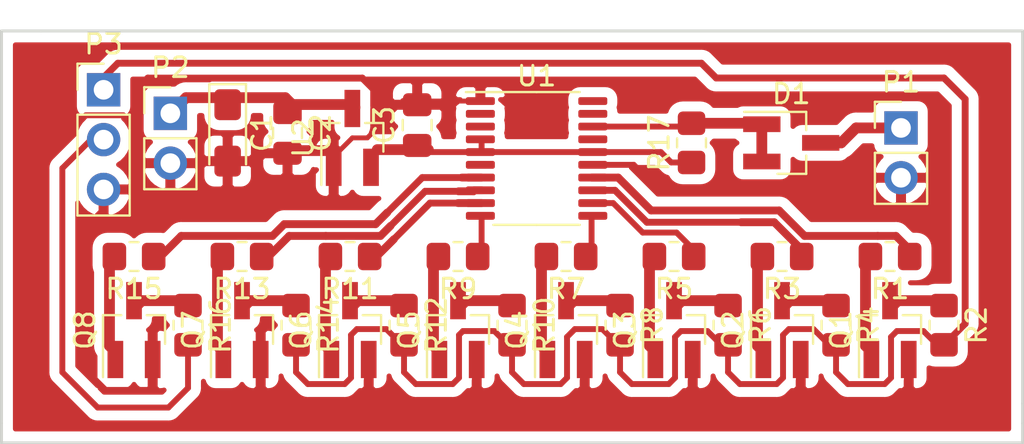
<source format=kicad_pcb>
(kicad_pcb (version 20171130) (host pcbnew "(5.1.9)-1")

  (general
    (thickness 1.6)
    (drawings 8)
    (tracks 222)
    (zones 0)
    (modules 34)
    (nets 38)
  )

  (page A4)
  (layers
    (0 F.Cu signal)
    (31 B.Cu signal)
    (32 B.Adhes user)
    (33 F.Adhes user)
    (34 B.Paste user)
    (35 F.Paste user)
    (36 B.SilkS user)
    (37 F.SilkS user)
    (38 B.Mask user)
    (39 F.Mask user)
    (40 Dwgs.User user)
    (41 Cmts.User user)
    (42 Eco1.User user)
    (43 Eco2.User user)
    (44 Edge.Cuts user)
    (45 Margin user)
    (46 B.CrtYd user)
    (47 F.CrtYd user)
    (48 B.Fab user)
    (49 F.Fab user)
  )

  (setup
    (last_trace_width 0.35)
    (user_trace_width 0.2)
    (user_trace_width 0.25)
    (user_trace_width 0.3)
    (user_trace_width 0.35)
    (user_trace_width 0.4)
    (user_trace_width 0.45)
    (user_trace_width 0.5)
    (user_trace_width 0.55)
    (trace_clearance 0.2)
    (zone_clearance 0.508)
    (zone_45_only no)
    (trace_min 0.2)
    (via_size 0.6)
    (via_drill 0.4)
    (via_min_size 0.4)
    (via_min_drill 0.3)
    (uvia_size 0.3)
    (uvia_drill 0.1)
    (uvias_allowed no)
    (uvia_min_size 0.2)
    (uvia_min_drill 0.1)
    (edge_width 0.15)
    (segment_width 0.2)
    (pcb_text_width 0.3)
    (pcb_text_size 1.5 1.5)
    (mod_edge_width 0.15)
    (mod_text_size 1 1)
    (mod_text_width 0.15)
    (pad_size 1.524 1.524)
    (pad_drill 0.762)
    (pad_to_mask_clearance 0.2)
    (aux_axis_origin 0 0)
    (visible_elements 7FFFFFFF)
    (pcbplotparams
      (layerselection 0x00030_80000001)
      (usegerberextensions false)
      (usegerberattributes true)
      (usegerberadvancedattributes true)
      (creategerberjobfile true)
      (excludeedgelayer true)
      (linewidth 0.100000)
      (plotframeref false)
      (viasonmask false)
      (mode 1)
      (useauxorigin false)
      (hpglpennumber 1)
      (hpglpenspeed 20)
      (hpglpendiameter 15.000000)
      (psnegative false)
      (psa4output false)
      (plotreference true)
      (plotvalue true)
      (plotinvisibletext false)
      (padsonsilk false)
      (subtractmaskfromsilk false)
      (outputformat 1)
      (mirror false)
      (drillshape 1)
      (scaleselection 1)
      (outputdirectory ""))
  )

  (net 0 "")
  (net 1 GND)
  (net 2 "Net-(C1-Pad1)")
  (net 3 VCC)
  (net 4 "Net-(D1-Pad1)")
  (net 5 "Net-(Q1-Pad1)")
  (net 6 "Net-(Q1-Pad3)")
  (net 7 "Net-(Q2-Pad1)")
  (net 8 "Net-(Q2-Pad3)")
  (net 9 "Net-(Q3-Pad1)")
  (net 10 "Net-(Q3-Pad3)")
  (net 11 "Net-(Q4-Pad1)")
  (net 12 "Net-(Q4-Pad3)")
  (net 13 "Net-(Q5-Pad1)")
  (net 14 "Net-(Q5-Pad3)")
  (net 15 "Net-(Q6-Pad1)")
  (net 16 "Net-(Q6-Pad3)")
  (net 17 "Net-(Q7-Pad1)")
  (net 18 "Net-(Q7-Pad3)")
  (net 19 "Net-(Q8-Pad1)")
  (net 20 "Net-(Q8-Pad3)")
  (net 21 "Net-(U1-Pad17)")
  (net 22 "Net-(U1-Pad19)")
  (net 23 "Net-(U1-Pad20)")
  (net 24 "Net-(U1-Pad6)")
  (net 25 "Net-(U1-Pad2)")
  (net 26 "Net-(U1-Pad3)")
  (net 27 "Net-(D1-Pad3)")
  (net 28 1k2)
  (net 29 3k5)
  (net 30 5k8)
  (net 31 8k)
  (net 32 12k)
  (net 33 16k)
  (net 34 24k)
  (net 35 RING)
  (net 36 OUT)
  (net 37 RING_OUT)

  (net_class Default "To jest domyślna klasa połączeń."
    (clearance 0.2)
    (trace_width 0.25)
    (via_dia 0.6)
    (via_drill 0.4)
    (uvia_dia 0.3)
    (uvia_drill 0.1)
    (add_net 12k)
    (add_net 16k)
    (add_net 1k2)
    (add_net 24k)
    (add_net 3k5)
    (add_net 5k8)
    (add_net 8k)
    (add_net GND)
    (add_net "Net-(C1-Pad1)")
    (add_net "Net-(D1-Pad1)")
    (add_net "Net-(D1-Pad3)")
    (add_net "Net-(Q1-Pad1)")
    (add_net "Net-(Q1-Pad3)")
    (add_net "Net-(Q2-Pad1)")
    (add_net "Net-(Q2-Pad3)")
    (add_net "Net-(Q3-Pad1)")
    (add_net "Net-(Q3-Pad3)")
    (add_net "Net-(Q4-Pad1)")
    (add_net "Net-(Q4-Pad3)")
    (add_net "Net-(Q5-Pad1)")
    (add_net "Net-(Q5-Pad3)")
    (add_net "Net-(Q6-Pad1)")
    (add_net "Net-(Q6-Pad3)")
    (add_net "Net-(Q7-Pad1)")
    (add_net "Net-(Q7-Pad3)")
    (add_net "Net-(Q8-Pad1)")
    (add_net "Net-(Q8-Pad3)")
    (add_net "Net-(U1-Pad17)")
    (add_net "Net-(U1-Pad19)")
    (add_net "Net-(U1-Pad2)")
    (add_net "Net-(U1-Pad20)")
    (add_net "Net-(U1-Pad3)")
    (add_net "Net-(U1-Pad6)")
    (add_net OUT)
    (add_net RING)
    (add_net RING_OUT)
    (add_net VCC)
  )

  (module Package_TO_SOT_SMD:SOT-23_Handsoldering (layer F.Cu) (tedit 5A0AB76C) (tstamp 602A08F3)
    (at 213.868 60.452 90)
    (descr "SOT-23, Handsoldering")
    (tags SOT-23)
    (path /6037A446)
    (attr smd)
    (fp_text reference U2 (at 0 -2.5 90) (layer F.SilkS)
      (effects (font (size 1 1) (thickness 0.15)))
    )
    (fp_text value MCP1792T-3302H (at 0 2.5 90) (layer F.Fab)
      (effects (font (size 1 1) (thickness 0.15)))
    )
    (fp_text user %R (at 0 0) (layer F.Fab)
      (effects (font (size 0.5 0.5) (thickness 0.075)))
    )
    (fp_line (start 0.76 1.58) (end 0.76 0.65) (layer F.SilkS) (width 0.12))
    (fp_line (start 0.76 -1.58) (end 0.76 -0.65) (layer F.SilkS) (width 0.12))
    (fp_line (start -2.7 -1.75) (end 2.7 -1.75) (layer F.CrtYd) (width 0.05))
    (fp_line (start 2.7 -1.75) (end 2.7 1.75) (layer F.CrtYd) (width 0.05))
    (fp_line (start 2.7 1.75) (end -2.7 1.75) (layer F.CrtYd) (width 0.05))
    (fp_line (start -2.7 1.75) (end -2.7 -1.75) (layer F.CrtYd) (width 0.05))
    (fp_line (start 0.76 -1.58) (end -2.4 -1.58) (layer F.SilkS) (width 0.12))
    (fp_line (start -0.7 -0.95) (end -0.7 1.5) (layer F.Fab) (width 0.1))
    (fp_line (start -0.15 -1.52) (end 0.7 -1.52) (layer F.Fab) (width 0.1))
    (fp_line (start -0.7 -0.95) (end -0.15 -1.52) (layer F.Fab) (width 0.1))
    (fp_line (start 0.7 -1.52) (end 0.7 1.52) (layer F.Fab) (width 0.1))
    (fp_line (start -0.7 1.52) (end 0.7 1.52) (layer F.Fab) (width 0.1))
    (fp_line (start 0.76 1.58) (end -0.7 1.58) (layer F.SilkS) (width 0.12))
    (pad 3 smd rect (at 1.5 0 90) (size 1.9 0.8) (layers F.Cu F.Paste F.Mask)
      (net 2 "Net-(C1-Pad1)"))
    (pad 2 smd rect (at -1.5 0.95 90) (size 1.9 0.8) (layers F.Cu F.Paste F.Mask)
      (net 3 VCC))
    (pad 1 smd rect (at -1.5 -0.95 90) (size 1.9 0.8) (layers F.Cu F.Paste F.Mask)
      (net 1 GND))
    (model ${KISYS3DMOD}/Package_TO_SOT_SMD.3dshapes/SOT-23.wrl
      (at (xyz 0 0 0))
      (scale (xyz 1 1 1))
      (rotate (xyz 0 0 0))
    )
  )

  (module Package_SO:TSSOP-20_4.4x6.5mm_P0.65mm (layer F.Cu) (tedit 5E476F32) (tstamp 5664CC65)
    (at 223.25 61.5)
    (descr "TSSOP, 20 Pin (JEDEC MO-153 Var AC https://www.jedec.org/document_search?search_api_views_fulltext=MO-153), generated with kicad-footprint-generator ipc_gullwing_generator.py")
    (tags "TSSOP SO")
    (path /56650785)
    (attr smd)
    (fp_text reference U1 (at 0 -4.2) (layer F.SilkS)
      (effects (font (size 1 1) (thickness 0.15)))
    )
    (fp_text value STM32F030F4P6 (at 0 4.2) (layer F.Fab)
      (effects (font (size 1 1) (thickness 0.15)))
    )
    (fp_text user %R (at 0 0) (layer F.Fab)
      (effects (font (size 1 1) (thickness 0.15)))
    )
    (fp_line (start 0 3.385) (end 2.2 3.385) (layer F.SilkS) (width 0.12))
    (fp_line (start 0 3.385) (end -2.2 3.385) (layer F.SilkS) (width 0.12))
    (fp_line (start 0 -3.385) (end 2.2 -3.385) (layer F.SilkS) (width 0.12))
    (fp_line (start 0 -3.385) (end -3.6 -3.385) (layer F.SilkS) (width 0.12))
    (fp_line (start -1.2 -3.25) (end 2.2 -3.25) (layer F.Fab) (width 0.1))
    (fp_line (start 2.2 -3.25) (end 2.2 3.25) (layer F.Fab) (width 0.1))
    (fp_line (start 2.2 3.25) (end -2.2 3.25) (layer F.Fab) (width 0.1))
    (fp_line (start -2.2 3.25) (end -2.2 -2.25) (layer F.Fab) (width 0.1))
    (fp_line (start -2.2 -2.25) (end -1.2 -3.25) (layer F.Fab) (width 0.1))
    (fp_line (start -3.85 -3.5) (end -3.85 3.5) (layer F.CrtYd) (width 0.05))
    (fp_line (start -3.85 3.5) (end 3.85 3.5) (layer F.CrtYd) (width 0.05))
    (fp_line (start 3.85 3.5) (end 3.85 -3.5) (layer F.CrtYd) (width 0.05))
    (fp_line (start 3.85 -3.5) (end -3.85 -3.5) (layer F.CrtYd) (width 0.05))
    (pad 20 smd roundrect (at 2.8625 -2.925) (size 1.475 0.4) (layers F.Cu F.Paste F.Mask) (roundrect_rratio 0.25)
      (net 23 "Net-(U1-Pad20)"))
    (pad 19 smd roundrect (at 2.8625 -2.275) (size 1.475 0.4) (layers F.Cu F.Paste F.Mask) (roundrect_rratio 0.25)
      (net 22 "Net-(U1-Pad19)"))
    (pad 18 smd roundrect (at 2.8625 -1.625) (size 1.475 0.4) (layers F.Cu F.Paste F.Mask) (roundrect_rratio 0.25)
      (net 4 "Net-(D1-Pad1)"))
    (pad 17 smd roundrect (at 2.8625 -0.975) (size 1.475 0.4) (layers F.Cu F.Paste F.Mask) (roundrect_rratio 0.25)
      (net 21 "Net-(U1-Pad17)"))
    (pad 16 smd roundrect (at 2.8625 -0.325) (size 1.475 0.4) (layers F.Cu F.Paste F.Mask) (roundrect_rratio 0.25)
      (net 3 VCC))
    (pad 15 smd roundrect (at 2.8625 0.325) (size 1.475 0.4) (layers F.Cu F.Paste F.Mask) (roundrect_rratio 0.25)
      (net 1 GND))
    (pad 14 smd roundrect (at 2.8625 0.975) (size 1.475 0.4) (layers F.Cu F.Paste F.Mask) (roundrect_rratio 0.25)
      (net 28 1k2))
    (pad 13 smd roundrect (at 2.8625 1.625) (size 1.475 0.4) (layers F.Cu F.Paste F.Mask) (roundrect_rratio 0.25)
      (net 29 3k5))
    (pad 12 smd roundrect (at 2.8625 2.275) (size 1.475 0.4) (layers F.Cu F.Paste F.Mask) (roundrect_rratio 0.25)
      (net 30 5k8))
    (pad 11 smd roundrect (at 2.8625 2.925) (size 1.475 0.4) (layers F.Cu F.Paste F.Mask) (roundrect_rratio 0.25)
      (net 31 8k))
    (pad 10 smd roundrect (at -2.8625 2.925) (size 1.475 0.4) (layers F.Cu F.Paste F.Mask) (roundrect_rratio 0.25)
      (net 32 12k))
    (pad 9 smd roundrect (at -2.8625 2.275) (size 1.475 0.4) (layers F.Cu F.Paste F.Mask) (roundrect_rratio 0.25)
      (net 33 16k))
    (pad 8 smd roundrect (at -2.8625 1.625) (size 1.475 0.4) (layers F.Cu F.Paste F.Mask) (roundrect_rratio 0.25)
      (net 34 24k))
    (pad 7 smd roundrect (at -2.8625 0.975) (size 1.475 0.4) (layers F.Cu F.Paste F.Mask) (roundrect_rratio 0.25)
      (net 35 RING))
    (pad 6 smd roundrect (at -2.8625 0.325) (size 1.475 0.4) (layers F.Cu F.Paste F.Mask) (roundrect_rratio 0.25)
      (net 24 "Net-(U1-Pad6)"))
    (pad 5 smd roundrect (at -2.8625 -0.325) (size 1.475 0.4) (layers F.Cu F.Paste F.Mask) (roundrect_rratio 0.25)
      (net 3 VCC))
    (pad 4 smd roundrect (at -2.8625 -0.975) (size 1.475 0.4) (layers F.Cu F.Paste F.Mask) (roundrect_rratio 0.25)
      (net 3 VCC))
    (pad 3 smd roundrect (at -2.8625 -1.625) (size 1.475 0.4) (layers F.Cu F.Paste F.Mask) (roundrect_rratio 0.25)
      (net 26 "Net-(U1-Pad3)"))
    (pad 2 smd roundrect (at -2.8625 -2.275) (size 1.475 0.4) (layers F.Cu F.Paste F.Mask) (roundrect_rratio 0.25)
      (net 25 "Net-(U1-Pad2)"))
    (pad 1 smd roundrect (at -2.8625 -2.925) (size 1.475 0.4) (layers F.Cu F.Paste F.Mask) (roundrect_rratio 0.25)
      (net 1 GND))
    (model ${KISYS3DMOD}/Package_SO.3dshapes/TSSOP-20_4.4x6.5mm_P0.65mm.wrl
      (at (xyz 0 0 0))
      (scale (xyz 1 1 1))
      (rotate (xyz 0 0 0))
    )
  )

  (module Resistor_SMD:R_0805_2012Metric_Pad1.20x1.40mm_HandSolder (layer F.Cu) (tedit 5F68FEEE) (tstamp 56684D8E)
    (at 231.14 60.706 90)
    (descr "Resistor SMD 0805 (2012 Metric), square (rectangular) end terminal, IPC_7351 nominal with elongated pad for handsoldering. (Body size source: IPC-SM-782 page 72, https://www.pcb-3d.com/wordpress/wp-content/uploads/ipc-sm-782a_amendment_1_and_2.pdf), generated with kicad-footprint-generator")
    (tags "resistor handsolder")
    (path /56651A9B)
    (attr smd)
    (fp_text reference R17 (at 0 -1.65 90) (layer F.SilkS)
      (effects (font (size 1 1) (thickness 0.15)))
    )
    (fp_text value 10k (at 0 1.65 90) (layer F.Fab)
      (effects (font (size 1 1) (thickness 0.15)))
    )
    (fp_text user %R (at 0 0 90) (layer F.Fab)
      (effects (font (size 0.5 0.5) (thickness 0.08)))
    )
    (fp_line (start -1 0.625) (end -1 -0.625) (layer F.Fab) (width 0.1))
    (fp_line (start -1 -0.625) (end 1 -0.625) (layer F.Fab) (width 0.1))
    (fp_line (start 1 -0.625) (end 1 0.625) (layer F.Fab) (width 0.1))
    (fp_line (start 1 0.625) (end -1 0.625) (layer F.Fab) (width 0.1))
    (fp_line (start -0.227064 -0.735) (end 0.227064 -0.735) (layer F.SilkS) (width 0.12))
    (fp_line (start -0.227064 0.735) (end 0.227064 0.735) (layer F.SilkS) (width 0.12))
    (fp_line (start -1.85 0.95) (end -1.85 -0.95) (layer F.CrtYd) (width 0.05))
    (fp_line (start -1.85 -0.95) (end 1.85 -0.95) (layer F.CrtYd) (width 0.05))
    (fp_line (start 1.85 -0.95) (end 1.85 0.95) (layer F.CrtYd) (width 0.05))
    (fp_line (start 1.85 0.95) (end -1.85 0.95) (layer F.CrtYd) (width 0.05))
    (pad 2 smd roundrect (at 1 0 90) (size 1.2 1.4) (layers F.Cu F.Paste F.Mask) (roundrect_rratio 0.208333)
      (net 4 "Net-(D1-Pad1)"))
    (pad 1 smd roundrect (at -1 0 90) (size 1.2 1.4) (layers F.Cu F.Paste F.Mask) (roundrect_rratio 0.208333)
      (net 3 VCC))
    (model ${KISYS3DMOD}/Resistor_SMD.3dshapes/R_0805_2012Metric.wrl
      (at (xyz 0 0 0))
      (scale (xyz 1 1 1))
      (rotate (xyz 0 0 0))
    )
  )

  (module Resistor_SMD:R_0805_2012Metric_Pad1.20x1.40mm_HandSolder (layer F.Cu) (tedit 5F68FEEE) (tstamp 56684D89)
    (at 205.5 70 270)
    (descr "Resistor SMD 0805 (2012 Metric), square (rectangular) end terminal, IPC_7351 nominal with elongated pad for handsoldering. (Body size source: IPC-SM-782 page 72, https://www.pcb-3d.com/wordpress/wp-content/uploads/ipc-sm-782a_amendment_1_and_2.pdf), generated with kicad-footprint-generator")
    (tags "resistor handsolder")
    (path /5664C3A2)
    (attr smd)
    (fp_text reference R16 (at 0 -1.65 90) (layer F.SilkS)
      (effects (font (size 1 1) (thickness 0.15)))
    )
    (fp_text value 100R (at 0 1.65 90) (layer F.Fab)
      (effects (font (size 1 1) (thickness 0.15)))
    )
    (fp_text user %R (at 0 0 90) (layer F.Fab)
      (effects (font (size 0.5 0.5) (thickness 0.08)))
    )
    (fp_line (start -1 0.625) (end -1 -0.625) (layer F.Fab) (width 0.1))
    (fp_line (start -1 -0.625) (end 1 -0.625) (layer F.Fab) (width 0.1))
    (fp_line (start 1 -0.625) (end 1 0.625) (layer F.Fab) (width 0.1))
    (fp_line (start 1 0.625) (end -1 0.625) (layer F.Fab) (width 0.1))
    (fp_line (start -0.227064 -0.735) (end 0.227064 -0.735) (layer F.SilkS) (width 0.12))
    (fp_line (start -0.227064 0.735) (end 0.227064 0.735) (layer F.SilkS) (width 0.12))
    (fp_line (start -1.85 0.95) (end -1.85 -0.95) (layer F.CrtYd) (width 0.05))
    (fp_line (start -1.85 -0.95) (end 1.85 -0.95) (layer F.CrtYd) (width 0.05))
    (fp_line (start 1.85 -0.95) (end 1.85 0.95) (layer F.CrtYd) (width 0.05))
    (fp_line (start 1.85 0.95) (end -1.85 0.95) (layer F.CrtYd) (width 0.05))
    (pad 2 smd roundrect (at 1 0 270) (size 1.2 1.4) (layers F.Cu F.Paste F.Mask) (roundrect_rratio 0.208333)
      (net 37 RING_OUT))
    (pad 1 smd roundrect (at -1 0 270) (size 1.2 1.4) (layers F.Cu F.Paste F.Mask) (roundrect_rratio 0.208333)
      (net 20 "Net-(Q8-Pad3)"))
    (model ${KISYS3DMOD}/Resistor_SMD.3dshapes/R_0805_2012Metric.wrl
      (at (xyz 0 0 0))
      (scale (xyz 1 1 1))
      (rotate (xyz 0 0 0))
    )
  )

  (module Resistor_SMD:R_0805_2012Metric_Pad1.20x1.40mm_HandSolder (layer F.Cu) (tedit 5F68FEEE) (tstamp 56684D84)
    (at 202.75 66.5 180)
    (descr "Resistor SMD 0805 (2012 Metric), square (rectangular) end terminal, IPC_7351 nominal with elongated pad for handsoldering. (Body size source: IPC-SM-782 page 72, https://www.pcb-3d.com/wordpress/wp-content/uploads/ipc-sm-782a_amendment_1_and_2.pdf), generated with kicad-footprint-generator")
    (tags "resistor handsolder")
    (path /5664C396)
    (attr smd)
    (fp_text reference R15 (at 0 -1.65) (layer F.SilkS)
      (effects (font (size 1 1) (thickness 0.15)))
    )
    (fp_text value 2k2 (at 0 1.65) (layer F.Fab)
      (effects (font (size 1 1) (thickness 0.15)))
    )
    (fp_text user %R (at 0 0) (layer F.Fab)
      (effects (font (size 0.5 0.5) (thickness 0.08)))
    )
    (fp_line (start -1 0.625) (end -1 -0.625) (layer F.Fab) (width 0.1))
    (fp_line (start -1 -0.625) (end 1 -0.625) (layer F.Fab) (width 0.1))
    (fp_line (start 1 -0.625) (end 1 0.625) (layer F.Fab) (width 0.1))
    (fp_line (start 1 0.625) (end -1 0.625) (layer F.Fab) (width 0.1))
    (fp_line (start -0.227064 -0.735) (end 0.227064 -0.735) (layer F.SilkS) (width 0.12))
    (fp_line (start -0.227064 0.735) (end 0.227064 0.735) (layer F.SilkS) (width 0.12))
    (fp_line (start -1.85 0.95) (end -1.85 -0.95) (layer F.CrtYd) (width 0.05))
    (fp_line (start -1.85 -0.95) (end 1.85 -0.95) (layer F.CrtYd) (width 0.05))
    (fp_line (start 1.85 -0.95) (end 1.85 0.95) (layer F.CrtYd) (width 0.05))
    (fp_line (start 1.85 0.95) (end -1.85 0.95) (layer F.CrtYd) (width 0.05))
    (pad 2 smd roundrect (at 1 0 180) (size 1.2 1.4) (layers F.Cu F.Paste F.Mask) (roundrect_rratio 0.208333)
      (net 19 "Net-(Q8-Pad1)"))
    (pad 1 smd roundrect (at -1 0 180) (size 1.2 1.4) (layers F.Cu F.Paste F.Mask) (roundrect_rratio 0.208333)
      (net 35 RING))
    (model ${KISYS3DMOD}/Resistor_SMD.3dshapes/R_0805_2012Metric.wrl
      (at (xyz 0 0 0))
      (scale (xyz 1 1 1))
      (rotate (xyz 0 0 0))
    )
  )

  (module Resistor_SMD:R_0805_2012Metric_Pad1.20x1.40mm_HandSolder (layer F.Cu) (tedit 5F68FEEE) (tstamp 56684D7F)
    (at 211 70 270)
    (descr "Resistor SMD 0805 (2012 Metric), square (rectangular) end terminal, IPC_7351 nominal with elongated pad for handsoldering. (Body size source: IPC-SM-782 page 72, https://www.pcb-3d.com/wordpress/wp-content/uploads/ipc-sm-782a_amendment_1_and_2.pdf), generated with kicad-footprint-generator")
    (tags "resistor handsolder")
    (path /5664C9CC)
    (attr smd)
    (fp_text reference R14 (at 0 -1.65 90) (layer F.SilkS)
      (effects (font (size 1 1) (thickness 0.15)))
    )
    (fp_text value 24k (at 0 1.65 90) (layer F.Fab)
      (effects (font (size 1 1) (thickness 0.15)))
    )
    (fp_text user %R (at 0 0 90) (layer F.Fab)
      (effects (font (size 0.5 0.5) (thickness 0.08)))
    )
    (fp_line (start -1 0.625) (end -1 -0.625) (layer F.Fab) (width 0.1))
    (fp_line (start -1 -0.625) (end 1 -0.625) (layer F.Fab) (width 0.1))
    (fp_line (start 1 -0.625) (end 1 0.625) (layer F.Fab) (width 0.1))
    (fp_line (start 1 0.625) (end -1 0.625) (layer F.Fab) (width 0.1))
    (fp_line (start -0.227064 -0.735) (end 0.227064 -0.735) (layer F.SilkS) (width 0.12))
    (fp_line (start -0.227064 0.735) (end 0.227064 0.735) (layer F.SilkS) (width 0.12))
    (fp_line (start -1.85 0.95) (end -1.85 -0.95) (layer F.CrtYd) (width 0.05))
    (fp_line (start -1.85 -0.95) (end 1.85 -0.95) (layer F.CrtYd) (width 0.05))
    (fp_line (start 1.85 -0.95) (end 1.85 0.95) (layer F.CrtYd) (width 0.05))
    (fp_line (start 1.85 0.95) (end -1.85 0.95) (layer F.CrtYd) (width 0.05))
    (pad 2 smd roundrect (at 1 0 270) (size 1.2 1.4) (layers F.Cu F.Paste F.Mask) (roundrect_rratio 0.208333)
      (net 36 OUT))
    (pad 1 smd roundrect (at -1 0 270) (size 1.2 1.4) (layers F.Cu F.Paste F.Mask) (roundrect_rratio 0.208333)
      (net 18 "Net-(Q7-Pad3)"))
    (model ${KISYS3DMOD}/Resistor_SMD.3dshapes/R_0805_2012Metric.wrl
      (at (xyz 0 0 0))
      (scale (xyz 1 1 1))
      (rotate (xyz 0 0 0))
    )
  )

  (module Resistor_SMD:R_0805_2012Metric_Pad1.20x1.40mm_HandSolder (layer F.Cu) (tedit 5F68FEEE) (tstamp 56684D7A)
    (at 208.25 66.5 180)
    (descr "Resistor SMD 0805 (2012 Metric), square (rectangular) end terminal, IPC_7351 nominal with elongated pad for handsoldering. (Body size source: IPC-SM-782 page 72, https://www.pcb-3d.com/wordpress/wp-content/uploads/ipc-sm-782a_amendment_1_and_2.pdf), generated with kicad-footprint-generator")
    (tags "resistor handsolder")
    (path /5664C9C0)
    (attr smd)
    (fp_text reference R13 (at 0 -1.65) (layer F.SilkS)
      (effects (font (size 1 1) (thickness 0.15)))
    )
    (fp_text value 220k (at 0 1.65) (layer F.Fab)
      (effects (font (size 1 1) (thickness 0.15)))
    )
    (fp_text user %R (at 0 0) (layer F.Fab)
      (effects (font (size 0.5 0.5) (thickness 0.08)))
    )
    (fp_line (start -1 0.625) (end -1 -0.625) (layer F.Fab) (width 0.1))
    (fp_line (start -1 -0.625) (end 1 -0.625) (layer F.Fab) (width 0.1))
    (fp_line (start 1 -0.625) (end 1 0.625) (layer F.Fab) (width 0.1))
    (fp_line (start 1 0.625) (end -1 0.625) (layer F.Fab) (width 0.1))
    (fp_line (start -0.227064 -0.735) (end 0.227064 -0.735) (layer F.SilkS) (width 0.12))
    (fp_line (start -0.227064 0.735) (end 0.227064 0.735) (layer F.SilkS) (width 0.12))
    (fp_line (start -1.85 0.95) (end -1.85 -0.95) (layer F.CrtYd) (width 0.05))
    (fp_line (start -1.85 -0.95) (end 1.85 -0.95) (layer F.CrtYd) (width 0.05))
    (fp_line (start 1.85 -0.95) (end 1.85 0.95) (layer F.CrtYd) (width 0.05))
    (fp_line (start 1.85 0.95) (end -1.85 0.95) (layer F.CrtYd) (width 0.05))
    (pad 2 smd roundrect (at 1 0 180) (size 1.2 1.4) (layers F.Cu F.Paste F.Mask) (roundrect_rratio 0.208333)
      (net 17 "Net-(Q7-Pad1)"))
    (pad 1 smd roundrect (at -1 0 180) (size 1.2 1.4) (layers F.Cu F.Paste F.Mask) (roundrect_rratio 0.208333)
      (net 34 24k))
    (model ${KISYS3DMOD}/Resistor_SMD.3dshapes/R_0805_2012Metric.wrl
      (at (xyz 0 0 0))
      (scale (xyz 1 1 1))
      (rotate (xyz 0 0 0))
    )
  )

  (module Resistor_SMD:R_0805_2012Metric_Pad1.20x1.40mm_HandSolder (layer F.Cu) (tedit 5F68FEEE) (tstamp 56684D75)
    (at 216.5 70 270)
    (descr "Resistor SMD 0805 (2012 Metric), square (rectangular) end terminal, IPC_7351 nominal with elongated pad for handsoldering. (Body size source: IPC-SM-782 page 72, https://www.pcb-3d.com/wordpress/wp-content/uploads/ipc-sm-782a_amendment_1_and_2.pdf), generated with kicad-footprint-generator")
    (tags "resistor handsolder")
    (path /5664C895)
    (attr smd)
    (fp_text reference R12 (at 0 -1.65 90) (layer F.SilkS)
      (effects (font (size 1 1) (thickness 0.15)))
    )
    (fp_text value 16k (at 0 1.65 90) (layer F.Fab)
      (effects (font (size 1 1) (thickness 0.15)))
    )
    (fp_text user %R (at 0 0 90) (layer F.Fab)
      (effects (font (size 0.5 0.5) (thickness 0.08)))
    )
    (fp_line (start -1 0.625) (end -1 -0.625) (layer F.Fab) (width 0.1))
    (fp_line (start -1 -0.625) (end 1 -0.625) (layer F.Fab) (width 0.1))
    (fp_line (start 1 -0.625) (end 1 0.625) (layer F.Fab) (width 0.1))
    (fp_line (start 1 0.625) (end -1 0.625) (layer F.Fab) (width 0.1))
    (fp_line (start -0.227064 -0.735) (end 0.227064 -0.735) (layer F.SilkS) (width 0.12))
    (fp_line (start -0.227064 0.735) (end 0.227064 0.735) (layer F.SilkS) (width 0.12))
    (fp_line (start -1.85 0.95) (end -1.85 -0.95) (layer F.CrtYd) (width 0.05))
    (fp_line (start -1.85 -0.95) (end 1.85 -0.95) (layer F.CrtYd) (width 0.05))
    (fp_line (start 1.85 -0.95) (end 1.85 0.95) (layer F.CrtYd) (width 0.05))
    (fp_line (start 1.85 0.95) (end -1.85 0.95) (layer F.CrtYd) (width 0.05))
    (pad 2 smd roundrect (at 1 0 270) (size 1.2 1.4) (layers F.Cu F.Paste F.Mask) (roundrect_rratio 0.208333)
      (net 36 OUT))
    (pad 1 smd roundrect (at -1 0 270) (size 1.2 1.4) (layers F.Cu F.Paste F.Mask) (roundrect_rratio 0.208333)
      (net 16 "Net-(Q6-Pad3)"))
    (model ${KISYS3DMOD}/Resistor_SMD.3dshapes/R_0805_2012Metric.wrl
      (at (xyz 0 0 0))
      (scale (xyz 1 1 1))
      (rotate (xyz 0 0 0))
    )
  )

  (module Resistor_SMD:R_0805_2012Metric_Pad1.20x1.40mm_HandSolder (layer F.Cu) (tedit 5F68FEEE) (tstamp 56684D70)
    (at 213.75 66.5 180)
    (descr "Resistor SMD 0805 (2012 Metric), square (rectangular) end terminal, IPC_7351 nominal with elongated pad for handsoldering. (Body size source: IPC-SM-782 page 72, https://www.pcb-3d.com/wordpress/wp-content/uploads/ipc-sm-782a_amendment_1_and_2.pdf), generated with kicad-footprint-generator")
    (tags "resistor handsolder")
    (path /5664C889)
    (attr smd)
    (fp_text reference R11 (at 0 -1.65) (layer F.SilkS)
      (effects (font (size 1 1) (thickness 0.15)))
    )
    (fp_text value 220k (at 0 1.65) (layer F.Fab)
      (effects (font (size 1 1) (thickness 0.15)))
    )
    (fp_text user %R (at 0 0) (layer F.Fab)
      (effects (font (size 0.5 0.5) (thickness 0.08)))
    )
    (fp_line (start -1 0.625) (end -1 -0.625) (layer F.Fab) (width 0.1))
    (fp_line (start -1 -0.625) (end 1 -0.625) (layer F.Fab) (width 0.1))
    (fp_line (start 1 -0.625) (end 1 0.625) (layer F.Fab) (width 0.1))
    (fp_line (start 1 0.625) (end -1 0.625) (layer F.Fab) (width 0.1))
    (fp_line (start -0.227064 -0.735) (end 0.227064 -0.735) (layer F.SilkS) (width 0.12))
    (fp_line (start -0.227064 0.735) (end 0.227064 0.735) (layer F.SilkS) (width 0.12))
    (fp_line (start -1.85 0.95) (end -1.85 -0.95) (layer F.CrtYd) (width 0.05))
    (fp_line (start -1.85 -0.95) (end 1.85 -0.95) (layer F.CrtYd) (width 0.05))
    (fp_line (start 1.85 -0.95) (end 1.85 0.95) (layer F.CrtYd) (width 0.05))
    (fp_line (start 1.85 0.95) (end -1.85 0.95) (layer F.CrtYd) (width 0.05))
    (pad 2 smd roundrect (at 1 0 180) (size 1.2 1.4) (layers F.Cu F.Paste F.Mask) (roundrect_rratio 0.208333)
      (net 15 "Net-(Q6-Pad1)"))
    (pad 1 smd roundrect (at -1 0 180) (size 1.2 1.4) (layers F.Cu F.Paste F.Mask) (roundrect_rratio 0.208333)
      (net 33 16k))
    (model ${KISYS3DMOD}/Resistor_SMD.3dshapes/R_0805_2012Metric.wrl
      (at (xyz 0 0 0))
      (scale (xyz 1 1 1))
      (rotate (xyz 0 0 0))
    )
  )

  (module Resistor_SMD:R_0805_2012Metric_Pad1.20x1.40mm_HandSolder (layer F.Cu) (tedit 5F68FEEE) (tstamp 56684D6B)
    (at 222 70 270)
    (descr "Resistor SMD 0805 (2012 Metric), square (rectangular) end terminal, IPC_7351 nominal with elongated pad for handsoldering. (Body size source: IPC-SM-782 page 72, https://www.pcb-3d.com/wordpress/wp-content/uploads/ipc-sm-782a_amendment_1_and_2.pdf), generated with kicad-footprint-generator")
    (tags "resistor handsolder")
    (path /5664C74C)
    (attr smd)
    (fp_text reference R10 (at 0 -1.65 90) (layer F.SilkS)
      (effects (font (size 1 1) (thickness 0.15)))
    )
    (fp_text value 12k (at 0 1.65 90) (layer F.Fab)
      (effects (font (size 1 1) (thickness 0.15)))
    )
    (fp_text user %R (at 0 0 90) (layer F.Fab)
      (effects (font (size 0.5 0.5) (thickness 0.08)))
    )
    (fp_line (start -1 0.625) (end -1 -0.625) (layer F.Fab) (width 0.1))
    (fp_line (start -1 -0.625) (end 1 -0.625) (layer F.Fab) (width 0.1))
    (fp_line (start 1 -0.625) (end 1 0.625) (layer F.Fab) (width 0.1))
    (fp_line (start 1 0.625) (end -1 0.625) (layer F.Fab) (width 0.1))
    (fp_line (start -0.227064 -0.735) (end 0.227064 -0.735) (layer F.SilkS) (width 0.12))
    (fp_line (start -0.227064 0.735) (end 0.227064 0.735) (layer F.SilkS) (width 0.12))
    (fp_line (start -1.85 0.95) (end -1.85 -0.95) (layer F.CrtYd) (width 0.05))
    (fp_line (start -1.85 -0.95) (end 1.85 -0.95) (layer F.CrtYd) (width 0.05))
    (fp_line (start 1.85 -0.95) (end 1.85 0.95) (layer F.CrtYd) (width 0.05))
    (fp_line (start 1.85 0.95) (end -1.85 0.95) (layer F.CrtYd) (width 0.05))
    (pad 2 smd roundrect (at 1 0 270) (size 1.2 1.4) (layers F.Cu F.Paste F.Mask) (roundrect_rratio 0.208333)
      (net 36 OUT))
    (pad 1 smd roundrect (at -1 0 270) (size 1.2 1.4) (layers F.Cu F.Paste F.Mask) (roundrect_rratio 0.208333)
      (net 14 "Net-(Q5-Pad3)"))
    (model ${KISYS3DMOD}/Resistor_SMD.3dshapes/R_0805_2012Metric.wrl
      (at (xyz 0 0 0))
      (scale (xyz 1 1 1))
      (rotate (xyz 0 0 0))
    )
  )

  (module Resistor_SMD:R_0805_2012Metric_Pad1.20x1.40mm_HandSolder (layer F.Cu) (tedit 5F68FEEE) (tstamp 56684D66)
    (at 219.25 66.5 180)
    (descr "Resistor SMD 0805 (2012 Metric), square (rectangular) end terminal, IPC_7351 nominal with elongated pad for handsoldering. (Body size source: IPC-SM-782 page 72, https://www.pcb-3d.com/wordpress/wp-content/uploads/ipc-sm-782a_amendment_1_and_2.pdf), generated with kicad-footprint-generator")
    (tags "resistor handsolder")
    (path /5664C740)
    (attr smd)
    (fp_text reference R9 (at 0 -1.65) (layer F.SilkS)
      (effects (font (size 1 1) (thickness 0.15)))
    )
    (fp_text value 100k (at 0 1.65) (layer F.Fab)
      (effects (font (size 1 1) (thickness 0.15)))
    )
    (fp_text user %R (at 0 0) (layer F.Fab)
      (effects (font (size 0.5 0.5) (thickness 0.08)))
    )
    (fp_line (start -1 0.625) (end -1 -0.625) (layer F.Fab) (width 0.1))
    (fp_line (start -1 -0.625) (end 1 -0.625) (layer F.Fab) (width 0.1))
    (fp_line (start 1 -0.625) (end 1 0.625) (layer F.Fab) (width 0.1))
    (fp_line (start 1 0.625) (end -1 0.625) (layer F.Fab) (width 0.1))
    (fp_line (start -0.227064 -0.735) (end 0.227064 -0.735) (layer F.SilkS) (width 0.12))
    (fp_line (start -0.227064 0.735) (end 0.227064 0.735) (layer F.SilkS) (width 0.12))
    (fp_line (start -1.85 0.95) (end -1.85 -0.95) (layer F.CrtYd) (width 0.05))
    (fp_line (start -1.85 -0.95) (end 1.85 -0.95) (layer F.CrtYd) (width 0.05))
    (fp_line (start 1.85 -0.95) (end 1.85 0.95) (layer F.CrtYd) (width 0.05))
    (fp_line (start 1.85 0.95) (end -1.85 0.95) (layer F.CrtYd) (width 0.05))
    (pad 2 smd roundrect (at 1 0 180) (size 1.2 1.4) (layers F.Cu F.Paste F.Mask) (roundrect_rratio 0.208333)
      (net 13 "Net-(Q5-Pad1)"))
    (pad 1 smd roundrect (at -1 0 180) (size 1.2 1.4) (layers F.Cu F.Paste F.Mask) (roundrect_rratio 0.208333)
      (net 32 12k))
    (model ${KISYS3DMOD}/Resistor_SMD.3dshapes/R_0805_2012Metric.wrl
      (at (xyz 0 0 0))
      (scale (xyz 1 1 1))
      (rotate (xyz 0 0 0))
    )
  )

  (module Resistor_SMD:R_0805_2012Metric_Pad1.20x1.40mm_HandSolder (layer F.Cu) (tedit 5F68FEEE) (tstamp 56684D61)
    (at 227.5 70 270)
    (descr "Resistor SMD 0805 (2012 Metric), square (rectangular) end terminal, IPC_7351 nominal with elongated pad for handsoldering. (Body size source: IPC-SM-782 page 72, https://www.pcb-3d.com/wordpress/wp-content/uploads/ipc-sm-782a_amendment_1_and_2.pdf), generated with kicad-footprint-generator")
    (tags "resistor handsolder")
    (path /5664C5BD)
    (attr smd)
    (fp_text reference R8 (at 0 -1.65 90) (layer F.SilkS)
      (effects (font (size 1 1) (thickness 0.15)))
    )
    (fp_text value 8k (at 0 1.65 90) (layer F.Fab)
      (effects (font (size 1 1) (thickness 0.15)))
    )
    (fp_text user %R (at 0 0 90) (layer F.Fab)
      (effects (font (size 0.5 0.5) (thickness 0.08)))
    )
    (fp_line (start -1 0.625) (end -1 -0.625) (layer F.Fab) (width 0.1))
    (fp_line (start -1 -0.625) (end 1 -0.625) (layer F.Fab) (width 0.1))
    (fp_line (start 1 -0.625) (end 1 0.625) (layer F.Fab) (width 0.1))
    (fp_line (start 1 0.625) (end -1 0.625) (layer F.Fab) (width 0.1))
    (fp_line (start -0.227064 -0.735) (end 0.227064 -0.735) (layer F.SilkS) (width 0.12))
    (fp_line (start -0.227064 0.735) (end 0.227064 0.735) (layer F.SilkS) (width 0.12))
    (fp_line (start -1.85 0.95) (end -1.85 -0.95) (layer F.CrtYd) (width 0.05))
    (fp_line (start -1.85 -0.95) (end 1.85 -0.95) (layer F.CrtYd) (width 0.05))
    (fp_line (start 1.85 -0.95) (end 1.85 0.95) (layer F.CrtYd) (width 0.05))
    (fp_line (start 1.85 0.95) (end -1.85 0.95) (layer F.CrtYd) (width 0.05))
    (pad 2 smd roundrect (at 1 0 270) (size 1.2 1.4) (layers F.Cu F.Paste F.Mask) (roundrect_rratio 0.208333)
      (net 36 OUT))
    (pad 1 smd roundrect (at -1 0 270) (size 1.2 1.4) (layers F.Cu F.Paste F.Mask) (roundrect_rratio 0.208333)
      (net 12 "Net-(Q4-Pad3)"))
    (model ${KISYS3DMOD}/Resistor_SMD.3dshapes/R_0805_2012Metric.wrl
      (at (xyz 0 0 0))
      (scale (xyz 1 1 1))
      (rotate (xyz 0 0 0))
    )
  )

  (module Resistor_SMD:R_0805_2012Metric_Pad1.20x1.40mm_HandSolder (layer F.Cu) (tedit 5F68FEEE) (tstamp 56684D5C)
    (at 224.75 66.5 180)
    (descr "Resistor SMD 0805 (2012 Metric), square (rectangular) end terminal, IPC_7351 nominal with elongated pad for handsoldering. (Body size source: IPC-SM-782 page 72, https://www.pcb-3d.com/wordpress/wp-content/uploads/ipc-sm-782a_amendment_1_and_2.pdf), generated with kicad-footprint-generator")
    (tags "resistor handsolder")
    (path /5664C5B1)
    (attr smd)
    (fp_text reference R7 (at 0 -1.65) (layer F.SilkS)
      (effects (font (size 1 1) (thickness 0.15)))
    )
    (fp_text value 100k (at 0 1.65) (layer F.Fab)
      (effects (font (size 1 1) (thickness 0.15)))
    )
    (fp_text user %R (at 0 0) (layer F.Fab)
      (effects (font (size 0.5 0.5) (thickness 0.08)))
    )
    (fp_line (start -1 0.625) (end -1 -0.625) (layer F.Fab) (width 0.1))
    (fp_line (start -1 -0.625) (end 1 -0.625) (layer F.Fab) (width 0.1))
    (fp_line (start 1 -0.625) (end 1 0.625) (layer F.Fab) (width 0.1))
    (fp_line (start 1 0.625) (end -1 0.625) (layer F.Fab) (width 0.1))
    (fp_line (start -0.227064 -0.735) (end 0.227064 -0.735) (layer F.SilkS) (width 0.12))
    (fp_line (start -0.227064 0.735) (end 0.227064 0.735) (layer F.SilkS) (width 0.12))
    (fp_line (start -1.85 0.95) (end -1.85 -0.95) (layer F.CrtYd) (width 0.05))
    (fp_line (start -1.85 -0.95) (end 1.85 -0.95) (layer F.CrtYd) (width 0.05))
    (fp_line (start 1.85 -0.95) (end 1.85 0.95) (layer F.CrtYd) (width 0.05))
    (fp_line (start 1.85 0.95) (end -1.85 0.95) (layer F.CrtYd) (width 0.05))
    (pad 2 smd roundrect (at 1 0 180) (size 1.2 1.4) (layers F.Cu F.Paste F.Mask) (roundrect_rratio 0.208333)
      (net 11 "Net-(Q4-Pad1)"))
    (pad 1 smd roundrect (at -1 0 180) (size 1.2 1.4) (layers F.Cu F.Paste F.Mask) (roundrect_rratio 0.208333)
      (net 31 8k))
    (model ${KISYS3DMOD}/Resistor_SMD.3dshapes/R_0805_2012Metric.wrl
      (at (xyz 0 0 0))
      (scale (xyz 1 1 1))
      (rotate (xyz 0 0 0))
    )
  )

  (module Resistor_SMD:R_0805_2012Metric_Pad1.20x1.40mm_HandSolder (layer F.Cu) (tedit 5F68FEEE) (tstamp 56684D57)
    (at 233 70 270)
    (descr "Resistor SMD 0805 (2012 Metric), square (rectangular) end terminal, IPC_7351 nominal with elongated pad for handsoldering. (Body size source: IPC-SM-782 page 72, https://www.pcb-3d.com/wordpress/wp-content/uploads/ipc-sm-782a_amendment_1_and_2.pdf), generated with kicad-footprint-generator")
    (tags "resistor handsolder")
    (path /5664C504)
    (attr smd)
    (fp_text reference R6 (at 0 -1.65 90) (layer F.SilkS)
      (effects (font (size 1 1) (thickness 0.15)))
    )
    (fp_text value 5.8k (at 0 1.65 90) (layer F.Fab)
      (effects (font (size 1 1) (thickness 0.15)))
    )
    (fp_text user %R (at 0 0 90) (layer F.Fab)
      (effects (font (size 0.5 0.5) (thickness 0.08)))
    )
    (fp_line (start -1 0.625) (end -1 -0.625) (layer F.Fab) (width 0.1))
    (fp_line (start -1 -0.625) (end 1 -0.625) (layer F.Fab) (width 0.1))
    (fp_line (start 1 -0.625) (end 1 0.625) (layer F.Fab) (width 0.1))
    (fp_line (start 1 0.625) (end -1 0.625) (layer F.Fab) (width 0.1))
    (fp_line (start -0.227064 -0.735) (end 0.227064 -0.735) (layer F.SilkS) (width 0.12))
    (fp_line (start -0.227064 0.735) (end 0.227064 0.735) (layer F.SilkS) (width 0.12))
    (fp_line (start -1.85 0.95) (end -1.85 -0.95) (layer F.CrtYd) (width 0.05))
    (fp_line (start -1.85 -0.95) (end 1.85 -0.95) (layer F.CrtYd) (width 0.05))
    (fp_line (start 1.85 -0.95) (end 1.85 0.95) (layer F.CrtYd) (width 0.05))
    (fp_line (start 1.85 0.95) (end -1.85 0.95) (layer F.CrtYd) (width 0.05))
    (pad 2 smd roundrect (at 1 0 270) (size 1.2 1.4) (layers F.Cu F.Paste F.Mask) (roundrect_rratio 0.208333)
      (net 36 OUT))
    (pad 1 smd roundrect (at -1 0 270) (size 1.2 1.4) (layers F.Cu F.Paste F.Mask) (roundrect_rratio 0.208333)
      (net 10 "Net-(Q3-Pad3)"))
    (model ${KISYS3DMOD}/Resistor_SMD.3dshapes/R_0805_2012Metric.wrl
      (at (xyz 0 0 0))
      (scale (xyz 1 1 1))
      (rotate (xyz 0 0 0))
    )
  )

  (module Resistor_SMD:R_0805_2012Metric_Pad1.20x1.40mm_HandSolder (layer F.Cu) (tedit 5F68FEEE) (tstamp 56684D52)
    (at 230.25 66.5 180)
    (descr "Resistor SMD 0805 (2012 Metric), square (rectangular) end terminal, IPC_7351 nominal with elongated pad for handsoldering. (Body size source: IPC-SM-782 page 72, https://www.pcb-3d.com/wordpress/wp-content/uploads/ipc-sm-782a_amendment_1_and_2.pdf), generated with kicad-footprint-generator")
    (tags "resistor handsolder")
    (path /5664C4F8)
    (attr smd)
    (fp_text reference R5 (at 0 -1.65) (layer F.SilkS)
      (effects (font (size 1 1) (thickness 0.15)))
    )
    (fp_text value 47k (at 0 1.65) (layer F.Fab)
      (effects (font (size 1 1) (thickness 0.15)))
    )
    (fp_text user %R (at 0 0) (layer F.Fab)
      (effects (font (size 0.5 0.5) (thickness 0.08)))
    )
    (fp_line (start -1 0.625) (end -1 -0.625) (layer F.Fab) (width 0.1))
    (fp_line (start -1 -0.625) (end 1 -0.625) (layer F.Fab) (width 0.1))
    (fp_line (start 1 -0.625) (end 1 0.625) (layer F.Fab) (width 0.1))
    (fp_line (start 1 0.625) (end -1 0.625) (layer F.Fab) (width 0.1))
    (fp_line (start -0.227064 -0.735) (end 0.227064 -0.735) (layer F.SilkS) (width 0.12))
    (fp_line (start -0.227064 0.735) (end 0.227064 0.735) (layer F.SilkS) (width 0.12))
    (fp_line (start -1.85 0.95) (end -1.85 -0.95) (layer F.CrtYd) (width 0.05))
    (fp_line (start -1.85 -0.95) (end 1.85 -0.95) (layer F.CrtYd) (width 0.05))
    (fp_line (start 1.85 -0.95) (end 1.85 0.95) (layer F.CrtYd) (width 0.05))
    (fp_line (start 1.85 0.95) (end -1.85 0.95) (layer F.CrtYd) (width 0.05))
    (pad 2 smd roundrect (at 1 0 180) (size 1.2 1.4) (layers F.Cu F.Paste F.Mask) (roundrect_rratio 0.208333)
      (net 9 "Net-(Q3-Pad1)"))
    (pad 1 smd roundrect (at -1 0 180) (size 1.2 1.4) (layers F.Cu F.Paste F.Mask) (roundrect_rratio 0.208333)
      (net 30 5k8))
    (model ${KISYS3DMOD}/Resistor_SMD.3dshapes/R_0805_2012Metric.wrl
      (at (xyz 0 0 0))
      (scale (xyz 1 1 1))
      (rotate (xyz 0 0 0))
    )
  )

  (module Resistor_SMD:R_0805_2012Metric_Pad1.20x1.40mm_HandSolder (layer F.Cu) (tedit 5F68FEEE) (tstamp 56684D4D)
    (at 238.5 70 270)
    (descr "Resistor SMD 0805 (2012 Metric), square (rectangular) end terminal, IPC_7351 nominal with elongated pad for handsoldering. (Body size source: IPC-SM-782 page 72, https://www.pcb-3d.com/wordpress/wp-content/uploads/ipc-sm-782a_amendment_1_and_2.pdf), generated with kicad-footprint-generator")
    (tags "resistor handsolder")
    (path /5664C475)
    (attr smd)
    (fp_text reference R4 (at 0 -1.65 90) (layer F.SilkS)
      (effects (font (size 1 1) (thickness 0.15)))
    )
    (fp_text value 3k5 (at 0 1.65 90) (layer F.Fab)
      (effects (font (size 1 1) (thickness 0.15)))
    )
    (fp_text user %R (at 0 0 90) (layer F.Fab)
      (effects (font (size 0.5 0.5) (thickness 0.08)))
    )
    (fp_line (start -1 0.625) (end -1 -0.625) (layer F.Fab) (width 0.1))
    (fp_line (start -1 -0.625) (end 1 -0.625) (layer F.Fab) (width 0.1))
    (fp_line (start 1 -0.625) (end 1 0.625) (layer F.Fab) (width 0.1))
    (fp_line (start 1 0.625) (end -1 0.625) (layer F.Fab) (width 0.1))
    (fp_line (start -0.227064 -0.735) (end 0.227064 -0.735) (layer F.SilkS) (width 0.12))
    (fp_line (start -0.227064 0.735) (end 0.227064 0.735) (layer F.SilkS) (width 0.12))
    (fp_line (start -1.85 0.95) (end -1.85 -0.95) (layer F.CrtYd) (width 0.05))
    (fp_line (start -1.85 -0.95) (end 1.85 -0.95) (layer F.CrtYd) (width 0.05))
    (fp_line (start 1.85 -0.95) (end 1.85 0.95) (layer F.CrtYd) (width 0.05))
    (fp_line (start 1.85 0.95) (end -1.85 0.95) (layer F.CrtYd) (width 0.05))
    (pad 2 smd roundrect (at 1 0 270) (size 1.2 1.4) (layers F.Cu F.Paste F.Mask) (roundrect_rratio 0.208333)
      (net 36 OUT))
    (pad 1 smd roundrect (at -1 0 270) (size 1.2 1.4) (layers F.Cu F.Paste F.Mask) (roundrect_rratio 0.208333)
      (net 8 "Net-(Q2-Pad3)"))
    (model ${KISYS3DMOD}/Resistor_SMD.3dshapes/R_0805_2012Metric.wrl
      (at (xyz 0 0 0))
      (scale (xyz 1 1 1))
      (rotate (xyz 0 0 0))
    )
  )

  (module Resistor_SMD:R_0805_2012Metric_Pad1.20x1.40mm_HandSolder (layer F.Cu) (tedit 5F68FEEE) (tstamp 56684D48)
    (at 235.75 66.5 180)
    (descr "Resistor SMD 0805 (2012 Metric), square (rectangular) end terminal, IPC_7351 nominal with elongated pad for handsoldering. (Body size source: IPC-SM-782 page 72, https://www.pcb-3d.com/wordpress/wp-content/uploads/ipc-sm-782a_amendment_1_and_2.pdf), generated with kicad-footprint-generator")
    (tags "resistor handsolder")
    (path /5664C469)
    (attr smd)
    (fp_text reference R3 (at 0 -1.65) (layer F.SilkS)
      (effects (font (size 1 1) (thickness 0.15)))
    )
    (fp_text value 22k (at 0 1.65) (layer F.Fab)
      (effects (font (size 1 1) (thickness 0.15)))
    )
    (fp_text user %R (at 0 0) (layer F.Fab)
      (effects (font (size 0.5 0.5) (thickness 0.08)))
    )
    (fp_line (start -1 0.625) (end -1 -0.625) (layer F.Fab) (width 0.1))
    (fp_line (start -1 -0.625) (end 1 -0.625) (layer F.Fab) (width 0.1))
    (fp_line (start 1 -0.625) (end 1 0.625) (layer F.Fab) (width 0.1))
    (fp_line (start 1 0.625) (end -1 0.625) (layer F.Fab) (width 0.1))
    (fp_line (start -0.227064 -0.735) (end 0.227064 -0.735) (layer F.SilkS) (width 0.12))
    (fp_line (start -0.227064 0.735) (end 0.227064 0.735) (layer F.SilkS) (width 0.12))
    (fp_line (start -1.85 0.95) (end -1.85 -0.95) (layer F.CrtYd) (width 0.05))
    (fp_line (start -1.85 -0.95) (end 1.85 -0.95) (layer F.CrtYd) (width 0.05))
    (fp_line (start 1.85 -0.95) (end 1.85 0.95) (layer F.CrtYd) (width 0.05))
    (fp_line (start 1.85 0.95) (end -1.85 0.95) (layer F.CrtYd) (width 0.05))
    (pad 2 smd roundrect (at 1 0 180) (size 1.2 1.4) (layers F.Cu F.Paste F.Mask) (roundrect_rratio 0.208333)
      (net 7 "Net-(Q2-Pad1)"))
    (pad 1 smd roundrect (at -1 0 180) (size 1.2 1.4) (layers F.Cu F.Paste F.Mask) (roundrect_rratio 0.208333)
      (net 29 3k5))
    (model ${KISYS3DMOD}/Resistor_SMD.3dshapes/R_0805_2012Metric.wrl
      (at (xyz 0 0 0))
      (scale (xyz 1 1 1))
      (rotate (xyz 0 0 0))
    )
  )

  (module Resistor_SMD:R_0805_2012Metric_Pad1.20x1.40mm_HandSolder (layer F.Cu) (tedit 5F68FEEE) (tstamp 56684D43)
    (at 244 70 270)
    (descr "Resistor SMD 0805 (2012 Metric), square (rectangular) end terminal, IPC_7351 nominal with elongated pad for handsoldering. (Body size source: IPC-SM-782 page 72, https://www.pcb-3d.com/wordpress/wp-content/uploads/ipc-sm-782a_amendment_1_and_2.pdf), generated with kicad-footprint-generator")
    (tags "resistor handsolder")
    (path /5664C15D)
    (attr smd)
    (fp_text reference R2 (at 0 -1.65 90) (layer F.SilkS)
      (effects (font (size 1 1) (thickness 0.15)))
    )
    (fp_text value 1k2 (at 0 1.65 90) (layer F.Fab)
      (effects (font (size 1 1) (thickness 0.15)))
    )
    (fp_text user %R (at 0 0 90) (layer F.Fab)
      (effects (font (size 0.5 0.5) (thickness 0.08)))
    )
    (fp_line (start -1 0.625) (end -1 -0.625) (layer F.Fab) (width 0.1))
    (fp_line (start -1 -0.625) (end 1 -0.625) (layer F.Fab) (width 0.1))
    (fp_line (start 1 -0.625) (end 1 0.625) (layer F.Fab) (width 0.1))
    (fp_line (start 1 0.625) (end -1 0.625) (layer F.Fab) (width 0.1))
    (fp_line (start -0.227064 -0.735) (end 0.227064 -0.735) (layer F.SilkS) (width 0.12))
    (fp_line (start -0.227064 0.735) (end 0.227064 0.735) (layer F.SilkS) (width 0.12))
    (fp_line (start -1.85 0.95) (end -1.85 -0.95) (layer F.CrtYd) (width 0.05))
    (fp_line (start -1.85 -0.95) (end 1.85 -0.95) (layer F.CrtYd) (width 0.05))
    (fp_line (start 1.85 -0.95) (end 1.85 0.95) (layer F.CrtYd) (width 0.05))
    (fp_line (start 1.85 0.95) (end -1.85 0.95) (layer F.CrtYd) (width 0.05))
    (pad 2 smd roundrect (at 1 0 270) (size 1.2 1.4) (layers F.Cu F.Paste F.Mask) (roundrect_rratio 0.208333)
      (net 36 OUT))
    (pad 1 smd roundrect (at -1 0 270) (size 1.2 1.4) (layers F.Cu F.Paste F.Mask) (roundrect_rratio 0.208333)
      (net 6 "Net-(Q1-Pad3)"))
    (model ${KISYS3DMOD}/Resistor_SMD.3dshapes/R_0805_2012Metric.wrl
      (at (xyz 0 0 0))
      (scale (xyz 1 1 1))
      (rotate (xyz 0 0 0))
    )
  )

  (module Resistor_SMD:R_0805_2012Metric_Pad1.20x1.40mm_HandSolder (layer F.Cu) (tedit 5F68FEEE) (tstamp 56684D3E)
    (at 241.25 66.5 180)
    (descr "Resistor SMD 0805 (2012 Metric), square (rectangular) end terminal, IPC_7351 nominal with elongated pad for handsoldering. (Body size source: IPC-SM-782 page 72, https://www.pcb-3d.com/wordpress/wp-content/uploads/ipc-sm-782a_amendment_1_and_2.pdf), generated with kicad-footprint-generator")
    (tags "resistor handsolder")
    (path /5664C04B)
    (attr smd)
    (fp_text reference R1 (at 0 -1.65) (layer F.SilkS)
      (effects (font (size 1 1) (thickness 0.15)))
    )
    (fp_text value 10k (at 0 1.65) (layer F.Fab)
      (effects (font (size 1 1) (thickness 0.15)))
    )
    (fp_text user %R (at 0 0) (layer F.Fab)
      (effects (font (size 0.5 0.5) (thickness 0.08)))
    )
    (fp_line (start -1 0.625) (end -1 -0.625) (layer F.Fab) (width 0.1))
    (fp_line (start -1 -0.625) (end 1 -0.625) (layer F.Fab) (width 0.1))
    (fp_line (start 1 -0.625) (end 1 0.625) (layer F.Fab) (width 0.1))
    (fp_line (start 1 0.625) (end -1 0.625) (layer F.Fab) (width 0.1))
    (fp_line (start -0.227064 -0.735) (end 0.227064 -0.735) (layer F.SilkS) (width 0.12))
    (fp_line (start -0.227064 0.735) (end 0.227064 0.735) (layer F.SilkS) (width 0.12))
    (fp_line (start -1.85 0.95) (end -1.85 -0.95) (layer F.CrtYd) (width 0.05))
    (fp_line (start -1.85 -0.95) (end 1.85 -0.95) (layer F.CrtYd) (width 0.05))
    (fp_line (start 1.85 -0.95) (end 1.85 0.95) (layer F.CrtYd) (width 0.05))
    (fp_line (start 1.85 0.95) (end -1.85 0.95) (layer F.CrtYd) (width 0.05))
    (pad 2 smd roundrect (at 1 0 180) (size 1.2 1.4) (layers F.Cu F.Paste F.Mask) (roundrect_rratio 0.208333)
      (net 5 "Net-(Q1-Pad1)"))
    (pad 1 smd roundrect (at -1 0 180) (size 1.2 1.4) (layers F.Cu F.Paste F.Mask) (roundrect_rratio 0.208333)
      (net 28 1k2))
    (model ${KISYS3DMOD}/Resistor_SMD.3dshapes/R_0805_2012Metric.wrl
      (at (xyz 0 0 0))
      (scale (xyz 1 1 1))
      (rotate (xyz 0 0 0))
    )
  )

  (module Package_TO_SOT_SMD:SOT-23_Handsoldering (layer F.Cu) (tedit 5A0AB76C) (tstamp 56684EE4)
    (at 202.75 70.25 90)
    (descr "SOT-23, Handsoldering")
    (tags SOT-23)
    (path /5664C39C)
    (attr smd)
    (fp_text reference Q8 (at 0 -2.5 90) (layer F.SilkS)
      (effects (font (size 1 1) (thickness 0.15)))
    )
    (fp_text value BC817-40 (at 0 2.5 90) (layer F.Fab)
      (effects (font (size 1 1) (thickness 0.15)))
    )
    (fp_text user %R (at 0 0) (layer F.Fab)
      (effects (font (size 0.5 0.5) (thickness 0.075)))
    )
    (fp_line (start 0.76 1.58) (end 0.76 0.65) (layer F.SilkS) (width 0.12))
    (fp_line (start 0.76 -1.58) (end 0.76 -0.65) (layer F.SilkS) (width 0.12))
    (fp_line (start -2.7 -1.75) (end 2.7 -1.75) (layer F.CrtYd) (width 0.05))
    (fp_line (start 2.7 -1.75) (end 2.7 1.75) (layer F.CrtYd) (width 0.05))
    (fp_line (start 2.7 1.75) (end -2.7 1.75) (layer F.CrtYd) (width 0.05))
    (fp_line (start -2.7 1.75) (end -2.7 -1.75) (layer F.CrtYd) (width 0.05))
    (fp_line (start 0.76 -1.58) (end -2.4 -1.58) (layer F.SilkS) (width 0.12))
    (fp_line (start -0.7 -0.95) (end -0.7 1.5) (layer F.Fab) (width 0.1))
    (fp_line (start -0.15 -1.52) (end 0.7 -1.52) (layer F.Fab) (width 0.1))
    (fp_line (start -0.7 -0.95) (end -0.15 -1.52) (layer F.Fab) (width 0.1))
    (fp_line (start 0.7 -1.52) (end 0.7 1.52) (layer F.Fab) (width 0.1))
    (fp_line (start -0.7 1.52) (end 0.7 1.52) (layer F.Fab) (width 0.1))
    (fp_line (start 0.76 1.58) (end -0.7 1.58) (layer F.SilkS) (width 0.12))
    (pad 3 smd rect (at 1.5 0 90) (size 1.9 0.8) (layers F.Cu F.Paste F.Mask)
      (net 20 "Net-(Q8-Pad3)"))
    (pad 2 smd rect (at -1.5 0.95 90) (size 1.9 0.8) (layers F.Cu F.Paste F.Mask)
      (net 1 GND))
    (pad 1 smd rect (at -1.5 -0.95 90) (size 1.9 0.8) (layers F.Cu F.Paste F.Mask)
      (net 19 "Net-(Q8-Pad1)"))
    (model ${KISYS3DMOD}/Package_TO_SOT_SMD.3dshapes/SOT-23.wrl
      (at (xyz 0 0 0))
      (scale (xyz 1 1 1))
      (rotate (xyz 0 0 0))
    )
  )

  (module Package_TO_SOT_SMD:SOT-23_Handsoldering (layer F.Cu) (tedit 5A0AB76C) (tstamp 56684EDE)
    (at 208.25 70.25 90)
    (descr "SOT-23, Handsoldering")
    (tags SOT-23)
    (path /5664C9C6)
    (attr smd)
    (fp_text reference Q7 (at 0 -2.5 90) (layer F.SilkS)
      (effects (font (size 1 1) (thickness 0.15)))
    )
    (fp_text value BC817-40 (at 0 2.5 90) (layer F.Fab)
      (effects (font (size 1 1) (thickness 0.15)))
    )
    (fp_text user %R (at 0 0) (layer F.Fab)
      (effects (font (size 0.5 0.5) (thickness 0.075)))
    )
    (fp_line (start 0.76 1.58) (end 0.76 0.65) (layer F.SilkS) (width 0.12))
    (fp_line (start 0.76 -1.58) (end 0.76 -0.65) (layer F.SilkS) (width 0.12))
    (fp_line (start -2.7 -1.75) (end 2.7 -1.75) (layer F.CrtYd) (width 0.05))
    (fp_line (start 2.7 -1.75) (end 2.7 1.75) (layer F.CrtYd) (width 0.05))
    (fp_line (start 2.7 1.75) (end -2.7 1.75) (layer F.CrtYd) (width 0.05))
    (fp_line (start -2.7 1.75) (end -2.7 -1.75) (layer F.CrtYd) (width 0.05))
    (fp_line (start 0.76 -1.58) (end -2.4 -1.58) (layer F.SilkS) (width 0.12))
    (fp_line (start -0.7 -0.95) (end -0.7 1.5) (layer F.Fab) (width 0.1))
    (fp_line (start -0.15 -1.52) (end 0.7 -1.52) (layer F.Fab) (width 0.1))
    (fp_line (start -0.7 -0.95) (end -0.15 -1.52) (layer F.Fab) (width 0.1))
    (fp_line (start 0.7 -1.52) (end 0.7 1.52) (layer F.Fab) (width 0.1))
    (fp_line (start -0.7 1.52) (end 0.7 1.52) (layer F.Fab) (width 0.1))
    (fp_line (start 0.76 1.58) (end -0.7 1.58) (layer F.SilkS) (width 0.12))
    (pad 3 smd rect (at 1.5 0 90) (size 1.9 0.8) (layers F.Cu F.Paste F.Mask)
      (net 18 "Net-(Q7-Pad3)"))
    (pad 2 smd rect (at -1.5 0.95 90) (size 1.9 0.8) (layers F.Cu F.Paste F.Mask)
      (net 1 GND))
    (pad 1 smd rect (at -1.5 -0.95 90) (size 1.9 0.8) (layers F.Cu F.Paste F.Mask)
      (net 17 "Net-(Q7-Pad1)"))
    (model ${KISYS3DMOD}/Package_TO_SOT_SMD.3dshapes/SOT-23.wrl
      (at (xyz 0 0 0))
      (scale (xyz 1 1 1))
      (rotate (xyz 0 0 0))
    )
  )

  (module Package_TO_SOT_SMD:SOT-23_Handsoldering (layer F.Cu) (tedit 5A0AB76C) (tstamp 56684ED8)
    (at 213.75 70.25 90)
    (descr "SOT-23, Handsoldering")
    (tags SOT-23)
    (path /5664C88F)
    (attr smd)
    (fp_text reference Q6 (at 0 -2.5 90) (layer F.SilkS)
      (effects (font (size 1 1) (thickness 0.15)))
    )
    (fp_text value BC817-40 (at 0 2.5 90) (layer F.Fab)
      (effects (font (size 1 1) (thickness 0.15)))
    )
    (fp_text user %R (at 0 0) (layer F.Fab)
      (effects (font (size 0.5 0.5) (thickness 0.075)))
    )
    (fp_line (start 0.76 1.58) (end 0.76 0.65) (layer F.SilkS) (width 0.12))
    (fp_line (start 0.76 -1.58) (end 0.76 -0.65) (layer F.SilkS) (width 0.12))
    (fp_line (start -2.7 -1.75) (end 2.7 -1.75) (layer F.CrtYd) (width 0.05))
    (fp_line (start 2.7 -1.75) (end 2.7 1.75) (layer F.CrtYd) (width 0.05))
    (fp_line (start 2.7 1.75) (end -2.7 1.75) (layer F.CrtYd) (width 0.05))
    (fp_line (start -2.7 1.75) (end -2.7 -1.75) (layer F.CrtYd) (width 0.05))
    (fp_line (start 0.76 -1.58) (end -2.4 -1.58) (layer F.SilkS) (width 0.12))
    (fp_line (start -0.7 -0.95) (end -0.7 1.5) (layer F.Fab) (width 0.1))
    (fp_line (start -0.15 -1.52) (end 0.7 -1.52) (layer F.Fab) (width 0.1))
    (fp_line (start -0.7 -0.95) (end -0.15 -1.52) (layer F.Fab) (width 0.1))
    (fp_line (start 0.7 -1.52) (end 0.7 1.52) (layer F.Fab) (width 0.1))
    (fp_line (start -0.7 1.52) (end 0.7 1.52) (layer F.Fab) (width 0.1))
    (fp_line (start 0.76 1.58) (end -0.7 1.58) (layer F.SilkS) (width 0.12))
    (pad 3 smd rect (at 1.5 0 90) (size 1.9 0.8) (layers F.Cu F.Paste F.Mask)
      (net 16 "Net-(Q6-Pad3)"))
    (pad 2 smd rect (at -1.5 0.95 90) (size 1.9 0.8) (layers F.Cu F.Paste F.Mask)
      (net 1 GND))
    (pad 1 smd rect (at -1.5 -0.95 90) (size 1.9 0.8) (layers F.Cu F.Paste F.Mask)
      (net 15 "Net-(Q6-Pad1)"))
    (model ${KISYS3DMOD}/Package_TO_SOT_SMD.3dshapes/SOT-23.wrl
      (at (xyz 0 0 0))
      (scale (xyz 1 1 1))
      (rotate (xyz 0 0 0))
    )
  )

  (module Package_TO_SOT_SMD:SOT-23_Handsoldering (layer F.Cu) (tedit 5A0AB76C) (tstamp 56684ED2)
    (at 219.25 70.25 90)
    (descr "SOT-23, Handsoldering")
    (tags SOT-23)
    (path /5664C746)
    (attr smd)
    (fp_text reference Q5 (at 0 -2.5 90) (layer F.SilkS)
      (effects (font (size 1 1) (thickness 0.15)))
    )
    (fp_text value BC817-40 (at 0 2.5 90) (layer F.Fab)
      (effects (font (size 1 1) (thickness 0.15)))
    )
    (fp_text user %R (at 0 0) (layer F.Fab)
      (effects (font (size 0.5 0.5) (thickness 0.075)))
    )
    (fp_line (start 0.76 1.58) (end 0.76 0.65) (layer F.SilkS) (width 0.12))
    (fp_line (start 0.76 -1.58) (end 0.76 -0.65) (layer F.SilkS) (width 0.12))
    (fp_line (start -2.7 -1.75) (end 2.7 -1.75) (layer F.CrtYd) (width 0.05))
    (fp_line (start 2.7 -1.75) (end 2.7 1.75) (layer F.CrtYd) (width 0.05))
    (fp_line (start 2.7 1.75) (end -2.7 1.75) (layer F.CrtYd) (width 0.05))
    (fp_line (start -2.7 1.75) (end -2.7 -1.75) (layer F.CrtYd) (width 0.05))
    (fp_line (start 0.76 -1.58) (end -2.4 -1.58) (layer F.SilkS) (width 0.12))
    (fp_line (start -0.7 -0.95) (end -0.7 1.5) (layer F.Fab) (width 0.1))
    (fp_line (start -0.15 -1.52) (end 0.7 -1.52) (layer F.Fab) (width 0.1))
    (fp_line (start -0.7 -0.95) (end -0.15 -1.52) (layer F.Fab) (width 0.1))
    (fp_line (start 0.7 -1.52) (end 0.7 1.52) (layer F.Fab) (width 0.1))
    (fp_line (start -0.7 1.52) (end 0.7 1.52) (layer F.Fab) (width 0.1))
    (fp_line (start 0.76 1.58) (end -0.7 1.58) (layer F.SilkS) (width 0.12))
    (pad 3 smd rect (at 1.5 0 90) (size 1.9 0.8) (layers F.Cu F.Paste F.Mask)
      (net 14 "Net-(Q5-Pad3)"))
    (pad 2 smd rect (at -1.5 0.95 90) (size 1.9 0.8) (layers F.Cu F.Paste F.Mask)
      (net 1 GND))
    (pad 1 smd rect (at -1.5 -0.95 90) (size 1.9 0.8) (layers F.Cu F.Paste F.Mask)
      (net 13 "Net-(Q5-Pad1)"))
    (model ${KISYS3DMOD}/Package_TO_SOT_SMD.3dshapes/SOT-23.wrl
      (at (xyz 0 0 0))
      (scale (xyz 1 1 1))
      (rotate (xyz 0 0 0))
    )
  )

  (module Package_TO_SOT_SMD:SOT-23_Handsoldering (layer F.Cu) (tedit 5A0AB76C) (tstamp 56684ECC)
    (at 224.75 70.25 90)
    (descr "SOT-23, Handsoldering")
    (tags SOT-23)
    (path /5664C5B7)
    (attr smd)
    (fp_text reference Q4 (at 0 -2.5 90) (layer F.SilkS)
      (effects (font (size 1 1) (thickness 0.15)))
    )
    (fp_text value BC817-40 (at 0 2.5 90) (layer F.Fab)
      (effects (font (size 1 1) (thickness 0.15)))
    )
    (fp_text user %R (at 0 0) (layer F.Fab)
      (effects (font (size 0.5 0.5) (thickness 0.075)))
    )
    (fp_line (start 0.76 1.58) (end 0.76 0.65) (layer F.SilkS) (width 0.12))
    (fp_line (start 0.76 -1.58) (end 0.76 -0.65) (layer F.SilkS) (width 0.12))
    (fp_line (start -2.7 -1.75) (end 2.7 -1.75) (layer F.CrtYd) (width 0.05))
    (fp_line (start 2.7 -1.75) (end 2.7 1.75) (layer F.CrtYd) (width 0.05))
    (fp_line (start 2.7 1.75) (end -2.7 1.75) (layer F.CrtYd) (width 0.05))
    (fp_line (start -2.7 1.75) (end -2.7 -1.75) (layer F.CrtYd) (width 0.05))
    (fp_line (start 0.76 -1.58) (end -2.4 -1.58) (layer F.SilkS) (width 0.12))
    (fp_line (start -0.7 -0.95) (end -0.7 1.5) (layer F.Fab) (width 0.1))
    (fp_line (start -0.15 -1.52) (end 0.7 -1.52) (layer F.Fab) (width 0.1))
    (fp_line (start -0.7 -0.95) (end -0.15 -1.52) (layer F.Fab) (width 0.1))
    (fp_line (start 0.7 -1.52) (end 0.7 1.52) (layer F.Fab) (width 0.1))
    (fp_line (start -0.7 1.52) (end 0.7 1.52) (layer F.Fab) (width 0.1))
    (fp_line (start 0.76 1.58) (end -0.7 1.58) (layer F.SilkS) (width 0.12))
    (pad 3 smd rect (at 1.5 0 90) (size 1.9 0.8) (layers F.Cu F.Paste F.Mask)
      (net 12 "Net-(Q4-Pad3)"))
    (pad 2 smd rect (at -1.5 0.95 90) (size 1.9 0.8) (layers F.Cu F.Paste F.Mask)
      (net 1 GND))
    (pad 1 smd rect (at -1.5 -0.95 90) (size 1.9 0.8) (layers F.Cu F.Paste F.Mask)
      (net 11 "Net-(Q4-Pad1)"))
    (model ${KISYS3DMOD}/Package_TO_SOT_SMD.3dshapes/SOT-23.wrl
      (at (xyz 0 0 0))
      (scale (xyz 1 1 1))
      (rotate (xyz 0 0 0))
    )
  )

  (module Package_TO_SOT_SMD:SOT-23_Handsoldering (layer F.Cu) (tedit 5A0AB76C) (tstamp 56684EC6)
    (at 230.25 70.25 90)
    (descr "SOT-23, Handsoldering")
    (tags SOT-23)
    (path /5664C4FE)
    (attr smd)
    (fp_text reference Q3 (at 0 -2.5 90) (layer F.SilkS)
      (effects (font (size 1 1) (thickness 0.15)))
    )
    (fp_text value BC817-40 (at 0 2.5 90) (layer F.Fab)
      (effects (font (size 1 1) (thickness 0.15)))
    )
    (fp_text user %R (at 0 0) (layer F.Fab)
      (effects (font (size 0.5 0.5) (thickness 0.075)))
    )
    (fp_line (start 0.76 1.58) (end 0.76 0.65) (layer F.SilkS) (width 0.12))
    (fp_line (start 0.76 -1.58) (end 0.76 -0.65) (layer F.SilkS) (width 0.12))
    (fp_line (start -2.7 -1.75) (end 2.7 -1.75) (layer F.CrtYd) (width 0.05))
    (fp_line (start 2.7 -1.75) (end 2.7 1.75) (layer F.CrtYd) (width 0.05))
    (fp_line (start 2.7 1.75) (end -2.7 1.75) (layer F.CrtYd) (width 0.05))
    (fp_line (start -2.7 1.75) (end -2.7 -1.75) (layer F.CrtYd) (width 0.05))
    (fp_line (start 0.76 -1.58) (end -2.4 -1.58) (layer F.SilkS) (width 0.12))
    (fp_line (start -0.7 -0.95) (end -0.7 1.5) (layer F.Fab) (width 0.1))
    (fp_line (start -0.15 -1.52) (end 0.7 -1.52) (layer F.Fab) (width 0.1))
    (fp_line (start -0.7 -0.95) (end -0.15 -1.52) (layer F.Fab) (width 0.1))
    (fp_line (start 0.7 -1.52) (end 0.7 1.52) (layer F.Fab) (width 0.1))
    (fp_line (start -0.7 1.52) (end 0.7 1.52) (layer F.Fab) (width 0.1))
    (fp_line (start 0.76 1.58) (end -0.7 1.58) (layer F.SilkS) (width 0.12))
    (pad 3 smd rect (at 1.5 0 90) (size 1.9 0.8) (layers F.Cu F.Paste F.Mask)
      (net 10 "Net-(Q3-Pad3)"))
    (pad 2 smd rect (at -1.5 0.95 90) (size 1.9 0.8) (layers F.Cu F.Paste F.Mask)
      (net 1 GND))
    (pad 1 smd rect (at -1.5 -0.95 90) (size 1.9 0.8) (layers F.Cu F.Paste F.Mask)
      (net 9 "Net-(Q3-Pad1)"))
    (model ${KISYS3DMOD}/Package_TO_SOT_SMD.3dshapes/SOT-23.wrl
      (at (xyz 0 0 0))
      (scale (xyz 1 1 1))
      (rotate (xyz 0 0 0))
    )
  )

  (module Package_TO_SOT_SMD:SOT-23_Handsoldering (layer F.Cu) (tedit 5A0AB76C) (tstamp 56684EC0)
    (at 235.75 70.25 90)
    (descr "SOT-23, Handsoldering")
    (tags SOT-23)
    (path /5664C46F)
    (attr smd)
    (fp_text reference Q2 (at 0 -2.5 90) (layer F.SilkS)
      (effects (font (size 1 1) (thickness 0.15)))
    )
    (fp_text value BC817-40 (at 0 2.5 90) (layer F.Fab)
      (effects (font (size 1 1) (thickness 0.15)))
    )
    (fp_text user %R (at 0 0) (layer F.Fab)
      (effects (font (size 0.5 0.5) (thickness 0.075)))
    )
    (fp_line (start 0.76 1.58) (end 0.76 0.65) (layer F.SilkS) (width 0.12))
    (fp_line (start 0.76 -1.58) (end 0.76 -0.65) (layer F.SilkS) (width 0.12))
    (fp_line (start -2.7 -1.75) (end 2.7 -1.75) (layer F.CrtYd) (width 0.05))
    (fp_line (start 2.7 -1.75) (end 2.7 1.75) (layer F.CrtYd) (width 0.05))
    (fp_line (start 2.7 1.75) (end -2.7 1.75) (layer F.CrtYd) (width 0.05))
    (fp_line (start -2.7 1.75) (end -2.7 -1.75) (layer F.CrtYd) (width 0.05))
    (fp_line (start 0.76 -1.58) (end -2.4 -1.58) (layer F.SilkS) (width 0.12))
    (fp_line (start -0.7 -0.95) (end -0.7 1.5) (layer F.Fab) (width 0.1))
    (fp_line (start -0.15 -1.52) (end 0.7 -1.52) (layer F.Fab) (width 0.1))
    (fp_line (start -0.7 -0.95) (end -0.15 -1.52) (layer F.Fab) (width 0.1))
    (fp_line (start 0.7 -1.52) (end 0.7 1.52) (layer F.Fab) (width 0.1))
    (fp_line (start -0.7 1.52) (end 0.7 1.52) (layer F.Fab) (width 0.1))
    (fp_line (start 0.76 1.58) (end -0.7 1.58) (layer F.SilkS) (width 0.12))
    (pad 3 smd rect (at 1.5 0 90) (size 1.9 0.8) (layers F.Cu F.Paste F.Mask)
      (net 8 "Net-(Q2-Pad3)"))
    (pad 2 smd rect (at -1.5 0.95 90) (size 1.9 0.8) (layers F.Cu F.Paste F.Mask)
      (net 1 GND))
    (pad 1 smd rect (at -1.5 -0.95 90) (size 1.9 0.8) (layers F.Cu F.Paste F.Mask)
      (net 7 "Net-(Q2-Pad1)"))
    (model ${KISYS3DMOD}/Package_TO_SOT_SMD.3dshapes/SOT-23.wrl
      (at (xyz 0 0 0))
      (scale (xyz 1 1 1))
      (rotate (xyz 0 0 0))
    )
  )

  (module Package_TO_SOT_SMD:SOT-23_Handsoldering (layer F.Cu) (tedit 5A0AB76C) (tstamp 56684EBA)
    (at 241.25 70.25 90)
    (descr "SOT-23, Handsoldering")
    (tags SOT-23)
    (path /5664C0AF)
    (attr smd)
    (fp_text reference Q1 (at 0 -2.5 90) (layer F.SilkS)
      (effects (font (size 1 1) (thickness 0.15)))
    )
    (fp_text value BC817-40 (at 0 2.5 90) (layer F.Fab)
      (effects (font (size 1 1) (thickness 0.15)))
    )
    (fp_text user %R (at 0 0) (layer F.Fab)
      (effects (font (size 0.5 0.5) (thickness 0.075)))
    )
    (fp_line (start 0.76 1.58) (end 0.76 0.65) (layer F.SilkS) (width 0.12))
    (fp_line (start 0.76 -1.58) (end 0.76 -0.65) (layer F.SilkS) (width 0.12))
    (fp_line (start -2.7 -1.75) (end 2.7 -1.75) (layer F.CrtYd) (width 0.05))
    (fp_line (start 2.7 -1.75) (end 2.7 1.75) (layer F.CrtYd) (width 0.05))
    (fp_line (start 2.7 1.75) (end -2.7 1.75) (layer F.CrtYd) (width 0.05))
    (fp_line (start -2.7 1.75) (end -2.7 -1.75) (layer F.CrtYd) (width 0.05))
    (fp_line (start 0.76 -1.58) (end -2.4 -1.58) (layer F.SilkS) (width 0.12))
    (fp_line (start -0.7 -0.95) (end -0.7 1.5) (layer F.Fab) (width 0.1))
    (fp_line (start -0.15 -1.52) (end 0.7 -1.52) (layer F.Fab) (width 0.1))
    (fp_line (start -0.7 -0.95) (end -0.15 -1.52) (layer F.Fab) (width 0.1))
    (fp_line (start 0.7 -1.52) (end 0.7 1.52) (layer F.Fab) (width 0.1))
    (fp_line (start -0.7 1.52) (end 0.7 1.52) (layer F.Fab) (width 0.1))
    (fp_line (start 0.76 1.58) (end -0.7 1.58) (layer F.SilkS) (width 0.12))
    (pad 3 smd rect (at 1.5 0 90) (size 1.9 0.8) (layers F.Cu F.Paste F.Mask)
      (net 6 "Net-(Q1-Pad3)"))
    (pad 2 smd rect (at -1.5 0.95 90) (size 1.9 0.8) (layers F.Cu F.Paste F.Mask)
      (net 1 GND))
    (pad 1 smd rect (at -1.5 -0.95 90) (size 1.9 0.8) (layers F.Cu F.Paste F.Mask)
      (net 5 "Net-(Q1-Pad1)"))
    (model ${KISYS3DMOD}/Package_TO_SOT_SMD.3dshapes/SOT-23.wrl
      (at (xyz 0 0 0))
      (scale (xyz 1 1 1))
      (rotate (xyz 0 0 0))
    )
  )

  (module Connector_PinHeader_2.54mm:PinHeader_1x03_P2.54mm_Vertical (layer F.Cu) (tedit 59FED5CC) (tstamp 566560A2)
    (at 201.2 58)
    (descr "Through hole straight pin header, 1x03, 2.54mm pitch, single row")
    (tags "Through hole pin header THT 1x03 2.54mm single row")
    (path /566566BE)
    (fp_text reference P3 (at 0 -2.33) (layer F.SilkS)
      (effects (font (size 1 1) (thickness 0.15)))
    )
    (fp_text value CONN_01X03 (at 0 7.41) (layer F.Fab)
      (effects (font (size 1 1) (thickness 0.15)))
    )
    (fp_text user %R (at 0 2.54 90) (layer F.Fab)
      (effects (font (size 1 1) (thickness 0.15)))
    )
    (fp_line (start -0.635 -1.27) (end 1.27 -1.27) (layer F.Fab) (width 0.1))
    (fp_line (start 1.27 -1.27) (end 1.27 6.35) (layer F.Fab) (width 0.1))
    (fp_line (start 1.27 6.35) (end -1.27 6.35) (layer F.Fab) (width 0.1))
    (fp_line (start -1.27 6.35) (end -1.27 -0.635) (layer F.Fab) (width 0.1))
    (fp_line (start -1.27 -0.635) (end -0.635 -1.27) (layer F.Fab) (width 0.1))
    (fp_line (start -1.33 6.41) (end 1.33 6.41) (layer F.SilkS) (width 0.12))
    (fp_line (start -1.33 1.27) (end -1.33 6.41) (layer F.SilkS) (width 0.12))
    (fp_line (start 1.33 1.27) (end 1.33 6.41) (layer F.SilkS) (width 0.12))
    (fp_line (start -1.33 1.27) (end 1.33 1.27) (layer F.SilkS) (width 0.12))
    (fp_line (start -1.33 0) (end -1.33 -1.33) (layer F.SilkS) (width 0.12))
    (fp_line (start -1.33 -1.33) (end 0 -1.33) (layer F.SilkS) (width 0.12))
    (fp_line (start -1.8 -1.8) (end -1.8 6.85) (layer F.CrtYd) (width 0.05))
    (fp_line (start -1.8 6.85) (end 1.8 6.85) (layer F.CrtYd) (width 0.05))
    (fp_line (start 1.8 6.85) (end 1.8 -1.8) (layer F.CrtYd) (width 0.05))
    (fp_line (start 1.8 -1.8) (end -1.8 -1.8) (layer F.CrtYd) (width 0.05))
    (pad 3 thru_hole oval (at 0 5.08) (size 1.7 1.7) (drill 1) (layers *.Cu *.Mask)
      (net 1 GND))
    (pad 2 thru_hole oval (at 0 2.54) (size 1.7 1.7) (drill 1) (layers *.Cu *.Mask)
      (net 37 RING_OUT))
    (pad 1 thru_hole rect (at 0 0) (size 1.7 1.7) (drill 1) (layers *.Cu *.Mask)
      (net 36 OUT))
    (model ${KISYS3DMOD}/Connector_PinHeader_2.54mm.3dshapes/PinHeader_1x03_P2.54mm_Vertical.wrl
      (at (xyz 0 0 0))
      (scale (xyz 1 1 1))
      (rotate (xyz 0 0 0))
    )
  )

  (module Connector_PinHeader_2.54mm:PinHeader_1x02_P2.54mm_Vertical (layer F.Cu) (tedit 59FED5CC) (tstamp 5665609B)
    (at 204.6 59.2)
    (descr "Through hole straight pin header, 1x02, 2.54mm pitch, single row")
    (tags "Through hole pin header THT 1x02 2.54mm single row")
    (path /5665635E)
    (fp_text reference P2 (at 0 -2.33) (layer F.SilkS)
      (effects (font (size 1 1) (thickness 0.15)))
    )
    (fp_text value CONN_01X02 (at 0 4.87) (layer F.Fab)
      (effects (font (size 1 1) (thickness 0.15)))
    )
    (fp_text user %R (at 0 1.27 90) (layer F.Fab)
      (effects (font (size 1 1) (thickness 0.15)))
    )
    (fp_line (start -0.635 -1.27) (end 1.27 -1.27) (layer F.Fab) (width 0.1))
    (fp_line (start 1.27 -1.27) (end 1.27 3.81) (layer F.Fab) (width 0.1))
    (fp_line (start 1.27 3.81) (end -1.27 3.81) (layer F.Fab) (width 0.1))
    (fp_line (start -1.27 3.81) (end -1.27 -0.635) (layer F.Fab) (width 0.1))
    (fp_line (start -1.27 -0.635) (end -0.635 -1.27) (layer F.Fab) (width 0.1))
    (fp_line (start -1.33 3.87) (end 1.33 3.87) (layer F.SilkS) (width 0.12))
    (fp_line (start -1.33 1.27) (end -1.33 3.87) (layer F.SilkS) (width 0.12))
    (fp_line (start 1.33 1.27) (end 1.33 3.87) (layer F.SilkS) (width 0.12))
    (fp_line (start -1.33 1.27) (end 1.33 1.27) (layer F.SilkS) (width 0.12))
    (fp_line (start -1.33 0) (end -1.33 -1.33) (layer F.SilkS) (width 0.12))
    (fp_line (start -1.33 -1.33) (end 0 -1.33) (layer F.SilkS) (width 0.12))
    (fp_line (start -1.8 -1.8) (end -1.8 4.35) (layer F.CrtYd) (width 0.05))
    (fp_line (start -1.8 4.35) (end 1.8 4.35) (layer F.CrtYd) (width 0.05))
    (fp_line (start 1.8 4.35) (end 1.8 -1.8) (layer F.CrtYd) (width 0.05))
    (fp_line (start 1.8 -1.8) (end -1.8 -1.8) (layer F.CrtYd) (width 0.05))
    (pad 2 thru_hole oval (at 0 2.54) (size 1.7 1.7) (drill 1) (layers *.Cu *.Mask)
      (net 1 GND))
    (pad 1 thru_hole rect (at 0 0) (size 1.7 1.7) (drill 1) (layers *.Cu *.Mask)
      (net 2 "Net-(C1-Pad1)"))
    (model ${KISYS3DMOD}/Connector_PinHeader_2.54mm.3dshapes/PinHeader_1x02_P2.54mm_Vertical.wrl
      (at (xyz 0 0 0))
      (scale (xyz 1 1 1))
      (rotate (xyz 0 0 0))
    )
  )

  (module Connector_PinHeader_2.54mm:PinHeader_1x02_P2.54mm_Vertical (layer F.Cu) (tedit 59FED5CC) (tstamp 602A7BDC)
    (at 241.808 59.944)
    (descr "Through hole straight pin header, 1x02, 2.54mm pitch, single row")
    (tags "Through hole pin header THT 1x02 2.54mm single row")
    (path /5665606E)
    (fp_text reference P1 (at 0 -2.33) (layer F.SilkS)
      (effects (font (size 1 1) (thickness 0.15)))
    )
    (fp_text value CONN_01X02 (at 0 4.87) (layer F.Fab)
      (effects (font (size 1 1) (thickness 0.15)))
    )
    (fp_text user %R (at 0 1.27 90) (layer F.Fab)
      (effects (font (size 1 1) (thickness 0.15)))
    )
    (fp_line (start -0.635 -1.27) (end 1.27 -1.27) (layer F.Fab) (width 0.1))
    (fp_line (start 1.27 -1.27) (end 1.27 3.81) (layer F.Fab) (width 0.1))
    (fp_line (start 1.27 3.81) (end -1.27 3.81) (layer F.Fab) (width 0.1))
    (fp_line (start -1.27 3.81) (end -1.27 -0.635) (layer F.Fab) (width 0.1))
    (fp_line (start -1.27 -0.635) (end -0.635 -1.27) (layer F.Fab) (width 0.1))
    (fp_line (start -1.33 3.87) (end 1.33 3.87) (layer F.SilkS) (width 0.12))
    (fp_line (start -1.33 1.27) (end -1.33 3.87) (layer F.SilkS) (width 0.12))
    (fp_line (start 1.33 1.27) (end 1.33 3.87) (layer F.SilkS) (width 0.12))
    (fp_line (start -1.33 1.27) (end 1.33 1.27) (layer F.SilkS) (width 0.12))
    (fp_line (start -1.33 0) (end -1.33 -1.33) (layer F.SilkS) (width 0.12))
    (fp_line (start -1.33 -1.33) (end 0 -1.33) (layer F.SilkS) (width 0.12))
    (fp_line (start -1.8 -1.8) (end -1.8 4.35) (layer F.CrtYd) (width 0.05))
    (fp_line (start -1.8 4.35) (end 1.8 4.35) (layer F.CrtYd) (width 0.05))
    (fp_line (start 1.8 4.35) (end 1.8 -1.8) (layer F.CrtYd) (width 0.05))
    (fp_line (start 1.8 -1.8) (end -1.8 -1.8) (layer F.CrtYd) (width 0.05))
    (pad 2 thru_hole oval (at 0 2.54) (size 1.7 1.7) (drill 1) (layers *.Cu *.Mask)
      (net 1 GND))
    (pad 1 thru_hole rect (at 0 0) (size 1.7 1.7) (drill 1) (layers *.Cu *.Mask)
      (net 27 "Net-(D1-Pad3)"))
    (model ${KISYS3DMOD}/Connector_PinHeader_2.54mm.3dshapes/PinHeader_1x02_P2.54mm_Vertical.wrl
      (at (xyz 0 0 0))
      (scale (xyz 1 1 1))
      (rotate (xyz 0 0 0))
    )
  )

  (module Package_TO_SOT_SMD:SOT-23_Handsoldering (layer F.Cu) (tedit 5A0AB76C) (tstamp 56673396)
    (at 236.22 60.706)
    (descr "SOT-23, Handsoldering")
    (tags SOT-23)
    (path /56673835)
    (attr smd)
    (fp_text reference D1 (at 0 -2.5) (layer F.SilkS)
      (effects (font (size 1 1) (thickness 0.15)))
    )
    (fp_text value D_Schottky_x2_KCom_AAK (at 0 2.5) (layer F.Fab)
      (effects (font (size 1 1) (thickness 0.15)))
    )
    (fp_text user %R (at 0 0 90) (layer F.Fab)
      (effects (font (size 0.5 0.5) (thickness 0.075)))
    )
    (fp_line (start 0.76 1.58) (end 0.76 0.65) (layer F.SilkS) (width 0.12))
    (fp_line (start 0.76 -1.58) (end 0.76 -0.65) (layer F.SilkS) (width 0.12))
    (fp_line (start -2.7 -1.75) (end 2.7 -1.75) (layer F.CrtYd) (width 0.05))
    (fp_line (start 2.7 -1.75) (end 2.7 1.75) (layer F.CrtYd) (width 0.05))
    (fp_line (start 2.7 1.75) (end -2.7 1.75) (layer F.CrtYd) (width 0.05))
    (fp_line (start -2.7 1.75) (end -2.7 -1.75) (layer F.CrtYd) (width 0.05))
    (fp_line (start 0.76 -1.58) (end -2.4 -1.58) (layer F.SilkS) (width 0.12))
    (fp_line (start -0.7 -0.95) (end -0.7 1.5) (layer F.Fab) (width 0.1))
    (fp_line (start -0.15 -1.52) (end 0.7 -1.52) (layer F.Fab) (width 0.1))
    (fp_line (start -0.7 -0.95) (end -0.15 -1.52) (layer F.Fab) (width 0.1))
    (fp_line (start 0.7 -1.52) (end 0.7 1.52) (layer F.Fab) (width 0.1))
    (fp_line (start -0.7 1.52) (end 0.7 1.52) (layer F.Fab) (width 0.1))
    (fp_line (start 0.76 1.58) (end -0.7 1.58) (layer F.SilkS) (width 0.12))
    (pad 3 smd rect (at 1.5 0) (size 1.9 0.8) (layers F.Cu F.Paste F.Mask)
      (net 27 "Net-(D1-Pad3)"))
    (pad 2 smd rect (at -1.5 0.95) (size 1.9 0.8) (layers F.Cu F.Paste F.Mask)
      (net 4 "Net-(D1-Pad1)"))
    (pad 1 smd rect (at -1.5 -0.95) (size 1.9 0.8) (layers F.Cu F.Paste F.Mask)
      (net 4 "Net-(D1-Pad1)"))
    (model ${KISYS3DMOD}/Package_TO_SOT_SMD.3dshapes/SOT-23.wrl
      (at (xyz 0 0 0))
      (scale (xyz 1 1 1))
      (rotate (xyz 0 0 0))
    )
  )

  (module Capacitor_SMD:C_0805_2012Metric_Pad1.18x1.45mm_HandSolder (layer F.Cu) (tedit 5F68FEEF) (tstamp 5664CBA9)
    (at 217.17 59.8 90)
    (descr "Capacitor SMD 0805 (2012 Metric), square (rectangular) end terminal, IPC_7351 nominal with elongated pad for handsoldering. (Body size source: IPC-SM-782 page 76, https://www.pcb-3d.com/wordpress/wp-content/uploads/ipc-sm-782a_amendment_1_and_2.pdf, https://docs.google.com/spreadsheets/d/1BsfQQcO9C6DZCsRaXUlFlo91Tg2WpOkGARC1WS5S8t0/edit?usp=sharing), generated with kicad-footprint-generator")
    (tags "capacitor handsolder")
    (path /5664F690)
    (attr smd)
    (fp_text reference C3 (at 0 -1.68 90) (layer F.SilkS)
      (effects (font (size 1 1) (thickness 0.15)))
    )
    (fp_text value 100nF (at 0 1.68 90) (layer F.Fab)
      (effects (font (size 1 1) (thickness 0.15)))
    )
    (fp_text user %R (at 0 0 90) (layer F.Fab)
      (effects (font (size 0.5 0.5) (thickness 0.08)))
    )
    (fp_line (start -1 0.625) (end -1 -0.625) (layer F.Fab) (width 0.1))
    (fp_line (start -1 -0.625) (end 1 -0.625) (layer F.Fab) (width 0.1))
    (fp_line (start 1 -0.625) (end 1 0.625) (layer F.Fab) (width 0.1))
    (fp_line (start 1 0.625) (end -1 0.625) (layer F.Fab) (width 0.1))
    (fp_line (start -0.261252 -0.735) (end 0.261252 -0.735) (layer F.SilkS) (width 0.12))
    (fp_line (start -0.261252 0.735) (end 0.261252 0.735) (layer F.SilkS) (width 0.12))
    (fp_line (start -1.88 0.98) (end -1.88 -0.98) (layer F.CrtYd) (width 0.05))
    (fp_line (start -1.88 -0.98) (end 1.88 -0.98) (layer F.CrtYd) (width 0.05))
    (fp_line (start 1.88 -0.98) (end 1.88 0.98) (layer F.CrtYd) (width 0.05))
    (fp_line (start 1.88 0.98) (end -1.88 0.98) (layer F.CrtYd) (width 0.05))
    (pad 2 smd roundrect (at 1.0375 0 90) (size 1.175 1.45) (layers F.Cu F.Paste F.Mask) (roundrect_rratio 0.212766)
      (net 1 GND))
    (pad 1 smd roundrect (at -1.0375 0 90) (size 1.175 1.45) (layers F.Cu F.Paste F.Mask) (roundrect_rratio 0.212766)
      (net 3 VCC))
    (model ${KISYS3DMOD}/Capacitor_SMD.3dshapes/C_0805_2012Metric.wrl
      (at (xyz 0 0 0))
      (scale (xyz 1 1 1))
      (rotate (xyz 0 0 0))
    )
  )

  (module Capacitor_SMD:C_0805_2012Metric_Pad1.18x1.45mm_HandSolder (layer F.Cu) (tedit 5F68FEEF) (tstamp 602A3489)
    (at 210.566 60.198 270)
    (descr "Capacitor SMD 0805 (2012 Metric), square (rectangular) end terminal, IPC_7351 nominal with elongated pad for handsoldering. (Body size source: IPC-SM-782 page 76, https://www.pcb-3d.com/wordpress/wp-content/uploads/ipc-sm-782a_amendment_1_and_2.pdf, https://docs.google.com/spreadsheets/d/1BsfQQcO9C6DZCsRaXUlFlo91Tg2WpOkGARC1WS5S8t0/edit?usp=sharing), generated with kicad-footprint-generator")
    (tags "capacitor handsolder")
    (path /5664F613)
    (attr smd)
    (fp_text reference C2 (at 0 -1.68 90) (layer F.SilkS)
      (effects (font (size 1 1) (thickness 0.15)))
    )
    (fp_text value 100nF (at 0 1.68 90) (layer F.Fab)
      (effects (font (size 1 1) (thickness 0.15)))
    )
    (fp_text user %R (at 0 0 90) (layer F.Fab)
      (effects (font (size 0.5 0.5) (thickness 0.08)))
    )
    (fp_line (start -1 0.625) (end -1 -0.625) (layer F.Fab) (width 0.1))
    (fp_line (start -1 -0.625) (end 1 -0.625) (layer F.Fab) (width 0.1))
    (fp_line (start 1 -0.625) (end 1 0.625) (layer F.Fab) (width 0.1))
    (fp_line (start 1 0.625) (end -1 0.625) (layer F.Fab) (width 0.1))
    (fp_line (start -0.261252 -0.735) (end 0.261252 -0.735) (layer F.SilkS) (width 0.12))
    (fp_line (start -0.261252 0.735) (end 0.261252 0.735) (layer F.SilkS) (width 0.12))
    (fp_line (start -1.88 0.98) (end -1.88 -0.98) (layer F.CrtYd) (width 0.05))
    (fp_line (start -1.88 -0.98) (end 1.88 -0.98) (layer F.CrtYd) (width 0.05))
    (fp_line (start 1.88 -0.98) (end 1.88 0.98) (layer F.CrtYd) (width 0.05))
    (fp_line (start 1.88 0.98) (end -1.88 0.98) (layer F.CrtYd) (width 0.05))
    (pad 2 smd roundrect (at 1.0375 0 270) (size 1.175 1.45) (layers F.Cu F.Paste F.Mask) (roundrect_rratio 0.212766)
      (net 1 GND))
    (pad 1 smd roundrect (at -1.0375 0 270) (size 1.175 1.45) (layers F.Cu F.Paste F.Mask) (roundrect_rratio 0.212766)
      (net 2 "Net-(C1-Pad1)"))
    (model ${KISYS3DMOD}/Capacitor_SMD.3dshapes/C_0805_2012Metric.wrl
      (at (xyz 0 0 0))
      (scale (xyz 1 1 1))
      (rotate (xyz 0 0 0))
    )
  )

  (module Capacitor_Tantalum_SMD:CP_EIA-3216-18_Kemet-A_Pad1.58x1.35mm_HandSolder (layer F.Cu) (tedit 5EBA9318) (tstamp 602A2C2A)
    (at 207.518 60.198 270)
    (descr "Tantalum Capacitor SMD Kemet-A (3216-18 Metric), IPC_7351 nominal, (Body size from: http://www.kemet.com/Lists/ProductCatalog/Attachments/253/KEM_TC101_STD.pdf), generated with kicad-footprint-generator")
    (tags "capacitor tantalum")
    (path /5664F512)
    (attr smd)
    (fp_text reference C1 (at 0 -1.75 90) (layer F.SilkS)
      (effects (font (size 1 1) (thickness 0.15)))
    )
    (fp_text value 10uF (at 0 1.75 90) (layer F.Fab)
      (effects (font (size 1 1) (thickness 0.15)))
    )
    (fp_text user %R (at 0 0 90) (layer F.Fab)
      (effects (font (size 0.8 0.8) (thickness 0.12)))
    )
    (fp_line (start 1.6 -0.8) (end -1.2 -0.8) (layer F.Fab) (width 0.1))
    (fp_line (start -1.2 -0.8) (end -1.6 -0.4) (layer F.Fab) (width 0.1))
    (fp_line (start -1.6 -0.4) (end -1.6 0.8) (layer F.Fab) (width 0.1))
    (fp_line (start -1.6 0.8) (end 1.6 0.8) (layer F.Fab) (width 0.1))
    (fp_line (start 1.6 0.8) (end 1.6 -0.8) (layer F.Fab) (width 0.1))
    (fp_line (start 1.6 -0.935) (end -2.485 -0.935) (layer F.SilkS) (width 0.12))
    (fp_line (start -2.485 -0.935) (end -2.485 0.935) (layer F.SilkS) (width 0.12))
    (fp_line (start -2.485 0.935) (end 1.6 0.935) (layer F.SilkS) (width 0.12))
    (fp_line (start -2.48 1.05) (end -2.48 -1.05) (layer F.CrtYd) (width 0.05))
    (fp_line (start -2.48 -1.05) (end 2.48 -1.05) (layer F.CrtYd) (width 0.05))
    (fp_line (start 2.48 -1.05) (end 2.48 1.05) (layer F.CrtYd) (width 0.05))
    (fp_line (start 2.48 1.05) (end -2.48 1.05) (layer F.CrtYd) (width 0.05))
    (pad 2 smd roundrect (at 1.4375 0 270) (size 1.575 1.35) (layers F.Cu F.Paste F.Mask) (roundrect_rratio 0.185185)
      (net 1 GND))
    (pad 1 smd roundrect (at -1.4375 0 270) (size 1.575 1.35) (layers F.Cu F.Paste F.Mask) (roundrect_rratio 0.185185)
      (net 2 "Net-(C1-Pad1)"))
    (model ${KISYS3DMOD}/Capacitor_Tantalum_SMD.3dshapes/CP_EIA-3216-18_Kemet-A.wrl
      (at (xyz 0 0 0))
      (scale (xyz 1 1 1))
      (rotate (xyz 0 0 0))
    )
  )

  (gr_line (start 196 76) (end 196 75) (angle 90) (layer Edge.Cuts) (width 0.15))
  (gr_line (start 248 76) (end 196 76) (angle 90) (layer Edge.Cuts) (width 0.15))
  (gr_line (start 248 75) (end 248 76) (angle 90) (layer Edge.Cuts) (width 0.15))
  (gr_line (start 196 55) (end 198 55) (angle 90) (layer Edge.Cuts) (width 0.15))
  (gr_line (start 196 75) (end 196 55) (angle 90) (layer Edge.Cuts) (width 0.15))
  (gr_line (start 248 74) (end 248 75) (angle 90) (layer Edge.Cuts) (width 0.15))
  (gr_line (start 248 55) (end 248 74) (angle 90) (layer Edge.Cuts) (width 0.15))
  (gr_line (start 198 55) (end 248 55) (angle 90) (layer Edge.Cuts) (width 0.15))

  (segment (start 201.2 63.08) (end 202.62 63.08) (width 0.3) (layer F.Cu) (net 1))
  (segment (start 209.2 73.5) (end 209.2 71.75114) (width 0.3) (layer F.Cu) (net 1) (tstamp 56684F3B))
  (segment (start 207.6 75.1) (end 209.2 73.5) (width 0.3) (layer F.Cu) (net 1) (tstamp 56684F39))
  (segment (start 200.1 75.1) (end 207.6 75.1) (width 0.3) (layer F.Cu) (net 1) (tstamp 56684F37))
  (segment (start 198.1 73.1) (end 200.1 75.1) (width 0.3) (layer F.Cu) (net 1) (tstamp 56684F35))
  (segment (start 198.1 61.5) (end 198.1 73.1) (width 0.3) (layer F.Cu) (net 1) (tstamp 56684F33))
  (segment (start 200.3 59.3) (end 198.1 61.5) (width 0.3) (layer F.Cu) (net 1) (tstamp 56684F31))
  (segment (start 202.2 59.3) (end 200.3 59.3) (width 0.3) (layer F.Cu) (net 1) (tstamp 56684F30))
  (segment (start 202.9 60) (end 202.2 59.3) (width 0.3) (layer F.Cu) (net 1) (tstamp 56684F2F))
  (segment (start 202.62 63.08) (end 202.9 62.8) (width 0.3) (layer F.Cu) (net 1) (tstamp 56684F2D))
  (segment (start 203.7 71.75114) (end 203.7 73.1) (width 0.3) (layer F.Cu) (net 1))
  (segment (start 201.2 64.1) (end 201.2 63.08) (width 0.3) (layer F.Cu) (net 1) (tstamp 56684F29))
  (segment (start 200 65.3) (end 201.2 64.1) (width 0.3) (layer F.Cu) (net 1) (tstamp 56684F28))
  (segment (start 200 72) (end 200 65.3) (width 0.3) (layer F.Cu) (net 1) (tstamp 56684F26))
  (segment (start 201.3 73.3) (end 200 72) (width 0.3) (layer F.Cu) (net 1) (tstamp 56684F25))
  (segment (start 203.5 73.3) (end 201.3 73.3) (width 0.3) (layer F.Cu) (net 1) (tstamp 56684F24))
  (segment (start 203.7 73.1) (end 203.5 73.3) (width 0.3) (layer F.Cu) (net 1) (tstamp 56684F23))
  (segment (start 209.19996 72.60004) (end 209.19996 71.34982) (width 0.3) (layer F.Cu) (net 1) (tstamp 56672F30))
  (segment (start 203.99 61.74) (end 204.6 61.74) (width 0.25) (layer F.Cu) (net 1) (tstamp 566572E8))
  (segment (start 213.05004 61.09982) (end 213.05004 60.94996) (width 0.25) (layer F.Cu) (net 1))
  (segment (start 213.05004 61.09982) (end 210.95018 61.09982) (width 0.55) (layer F.Cu) (net 1))
  (segment (start 210.95018 61.09982) (end 210.8 61.25) (width 0.55) (layer F.Cu) (net 1) (tstamp 5665727E))
  (segment (start 240.594 62.54) (end 242.4 62.54) (width 0.3) (layer F.Cu) (net 1))
  (segment (start 239.888 63.246) (end 240.594 62.54) (width 0.3) (layer F.Cu) (net 1))
  (segment (start 229.616 63.246) (end 239.888 63.246) (width 0.3) (layer F.Cu) (net 1))
  (segment (start 228.195 61.825) (end 229.616 63.246) (width 0.3) (layer F.Cu) (net 1))
  (segment (start 226.05 61.825) (end 228.195 61.825) (width 0.3) (layer F.Cu) (net 1))
  (segment (start 217.6 58.55) (end 217.625 58.575) (width 0.25) (layer F.Cu) (net 1))
  (segment (start 216.45 58.55) (end 217.6 58.55) (width 0.25) (layer F.Cu) (net 1))
  (segment (start 215.605 59.395) (end 216.45 58.55) (width 0.25) (layer F.Cu) (net 1))
  (segment (start 217.625 58.575) (end 220.45 58.575) (width 0.25) (layer F.Cu) (net 1))
  (segment (start 215.605 59.477) (end 215.605 59.395) (width 0.25) (layer F.Cu) (net 1))
  (segment (start 214.63 60.452) (end 215.605 59.477) (width 0.25) (layer F.Cu) (net 1))
  (segment (start 213.868 60.452) (end 214.63 60.452) (width 0.25) (layer F.Cu) (net 1))
  (segment (start 212.918 61.402) (end 213.868 60.452) (width 0.25) (layer F.Cu) (net 1))
  (segment (start 212.918 61.952) (end 212.918 61.402) (width 0.25) (layer F.Cu) (net 1))
  (segment (start 217.17 58.7625) (end 215.7345 58.7625) (width 0.35) (layer F.Cu) (net 1))
  (segment (start 215.7345 58.7625) (end 214.376 57.404) (width 0.35) (layer F.Cu) (net 1))
  (segment (start 214.376 57.404) (end 203.454 57.404) (width 0.35) (layer F.Cu) (net 1))
  (segment (start 202.9 57.958) (end 202.9 60.914) (width 0.35) (layer F.Cu) (net 1))
  (segment (start 203.454 57.404) (end 202.9 57.958) (width 0.35) (layer F.Cu) (net 1))
  (segment (start 202.9 60.914) (end 202.9 60) (width 0.3) (layer F.Cu) (net 1))
  (segment (start 202.9 62.8) (end 202.9 60.914) (width 0.3) (layer F.Cu) (net 1))
  (segment (start 210.8 58.75) (end 213.84982 58.75) (width 0.55) (layer F.Cu) (net 2))
  (segment (start 213.84982 58.75) (end 214 58.90018) (width 0.55) (layer F.Cu) (net 2) (tstamp 5665727B))
  (segment (start 207.8 58.40102) (end 210.45102 58.40102) (width 0.55) (layer F.Cu) (net 2))
  (segment (start 210.45102 58.40102) (end 210.8 58.75) (width 0.55) (layer F.Cu) (net 2) (tstamp 56657278))
  (segment (start 207.8 58.40102) (end 205.39898 58.40102) (width 0.55) (layer F.Cu) (net 2))
  (segment (start 205.39898 58.40102) (end 204.6 59.2) (width 0.55) (layer F.Cu) (net 2) (tstamp 5665726B))
  (segment (start 220.45 61.175) (end 226.05 61.175) (width 0.3) (layer F.Cu) (net 3))
  (segment (start 220.45 60.525) (end 220.45 61.175) (width 0.3) (layer F.Cu) (net 3))
  (segment (start 220.45 61.175) (end 217.725 61.175) (width 0.3) (layer F.Cu) (net 3))
  (segment (start 217.725 61.175) (end 217.6 61.05) (width 0.25) (layer F.Cu) (net 3) (tstamp 566572B7))
  (segment (start 217.73822 61.05) (end 215.138 61.05) (width 0.55) (layer F.Cu) (net 3))
  (segment (start 226.1125 61.175) (end 229.577 61.175) (width 0.3) (layer F.Cu) (net 3))
  (segment (start 230.108 61.706) (end 231.394 61.706) (width 0.3) (layer F.Cu) (net 3))
  (segment (start 229.577 61.175) (end 230.108 61.706) (width 0.3) (layer F.Cu) (net 3))
  (segment (start 231.225 59.875) (end 231.394 59.706) (width 0.3) (layer F.Cu) (net 4))
  (segment (start 226.1125 59.875) (end 231.225 59.875) (width 0.3) (layer F.Cu) (net 4))
  (segment (start 234.162 59.706) (end 234.212 59.756) (width 0.3) (layer F.Cu) (net 4))
  (segment (start 231.14 59.706) (end 234.162 59.706) (width 0.3) (layer F.Cu) (net 4))
  (segment (start 234.67 59.706) (end 234.72 59.756) (width 0.55) (layer F.Cu) (net 4))
  (segment (start 231.14 59.706) (end 234.67 59.706) (width 0.55) (layer F.Cu) (net 4))
  (segment (start 234.72 59.756) (end 234.72 61.656) (width 0.55) (layer F.Cu) (net 4))
  (segment (start 240 66.5) (end 240 71.04978) (width 0.55) (layer F.Cu) (net 5))
  (segment (start 240 71.04978) (end 240.30004 71.34982) (width 0.55) (layer F.Cu) (net 5) (tstamp 56656815))
  (segment (start 244 68.75) (end 241.65018 68.75) (width 0.55) (layer F.Cu) (net 6))
  (segment (start 241.65018 68.75) (end 241.25 69.15018) (width 0.55) (layer F.Cu) (net 6) (tstamp 5665682E))
  (segment (start 234.5 66.5) (end 234.5 71.04978) (width 0.55) (layer F.Cu) (net 7))
  (segment (start 234.5 71.04978) (end 234.80004 71.34982) (width 0.55) (layer F.Cu) (net 7) (tstamp 56656812))
  (segment (start 238.5 68.75) (end 236.15018 68.75) (width 0.55) (layer F.Cu) (net 8))
  (segment (start 236.15018 68.75) (end 235.75 69.15018) (width 0.55) (layer F.Cu) (net 8) (tstamp 5665682B))
  (segment (start 229 66.5) (end 229 71.04978) (width 0.55) (layer F.Cu) (net 9))
  (segment (start 229 71.04978) (end 229.30004 71.34982) (width 0.55) (layer F.Cu) (net 9) (tstamp 5665680F))
  (segment (start 229.20022 71.25) (end 229.30004 71.34982) (width 0.55) (layer F.Cu) (net 9) (tstamp 566560CA))
  (segment (start 233 68.75) (end 230.65018 68.75) (width 0.55) (layer F.Cu) (net 10))
  (segment (start 230.65018 68.75) (end 230.25 69.15018) (width 0.55) (layer F.Cu) (net 10) (tstamp 56656828))
  (segment (start 223.5 66.5) (end 223.5 71.04978) (width 0.55) (layer F.Cu) (net 11))
  (segment (start 223.5 71.04978) (end 223.80004 71.34982) (width 0.55) (layer F.Cu) (net 11) (tstamp 5665680C))
  (segment (start 227.5 68.75) (end 225.15018 68.75) (width 0.55) (layer F.Cu) (net 12))
  (segment (start 225.15018 68.75) (end 224.75 69.15018) (width 0.55) (layer F.Cu) (net 12) (tstamp 56656825))
  (segment (start 218 66.5) (end 218 71.04978) (width 0.55) (layer F.Cu) (net 13))
  (segment (start 218 71.04978) (end 218.30004 71.34982) (width 0.55) (layer F.Cu) (net 13) (tstamp 56656808))
  (segment (start 218.20022 71.25) (end 218.30004 71.34982) (width 0.55) (layer F.Cu) (net 13) (tstamp 566560D6))
  (segment (start 222 68.75) (end 219.65018 68.75) (width 0.55) (layer F.Cu) (net 14))
  (segment (start 219.65018 68.75) (end 219.25 69.15018) (width 0.55) (layer F.Cu) (net 14) (tstamp 56656822))
  (segment (start 212.5 66.5) (end 212.5 71.04978) (width 0.55) (layer F.Cu) (net 15))
  (segment (start 212.5 71.04978) (end 212.80004 71.34982) (width 0.55) (layer F.Cu) (net 15) (tstamp 56656805))
  (segment (start 212.70022 71.25) (end 212.80004 71.34982) (width 0.55) (layer F.Cu) (net 15) (tstamp 566560DC))
  (segment (start 216.5 68.75) (end 214.15018 68.75) (width 0.55) (layer F.Cu) (net 16))
  (segment (start 214.15018 68.75) (end 213.75 69.15018) (width 0.55) (layer F.Cu) (net 16) (tstamp 5665681F))
  (segment (start 207 66.5) (end 207 71.04978) (width 0.55) (layer F.Cu) (net 17))
  (segment (start 207 71.04978) (end 207.30004 71.34982) (width 0.55) (layer F.Cu) (net 17) (tstamp 56656802))
  (segment (start 207.20022 71.25) (end 207.30004 71.34982) (width 0.55) (layer F.Cu) (net 17) (tstamp 566560E2))
  (segment (start 211 68.75) (end 208.65018 68.75) (width 0.55) (layer F.Cu) (net 18))
  (segment (start 208.65018 68.75) (end 208.25 69.15018) (width 0.55) (layer F.Cu) (net 18) (tstamp 5665681B))
  (segment (start 201.5 66.5) (end 201.5 71.04978) (width 0.55) (layer F.Cu) (net 19))
  (segment (start 201.5 71.04978) (end 201.80004 71.34982) (width 0.55) (layer F.Cu) (net 19) (tstamp 566567FE))
  (segment (start 201.70022 71.25) (end 201.80004 71.34982) (width 0.55) (layer F.Cu) (net 19) (tstamp 566560E8))
  (segment (start 205.5 68.75) (end 203.15018 68.75) (width 0.55) (layer F.Cu) (net 20))
  (segment (start 203.15018 68.75) (end 202.75 69.15018) (width 0.55) (layer F.Cu) (net 20) (tstamp 56656818))
  (segment (start 241.6 60) (end 241.8 60.2) (width 0.55) (layer F.Cu) (net 27) (tstamp 5665D469))
  (segment (start 241.808 59.944) (end 239.522 59.944) (width 0.55) (layer F.Cu) (net 27))
  (segment (start 238.76 60.706) (end 237.72 60.706) (width 0.55) (layer F.Cu) (net 27))
  (segment (start 239.522 59.944) (end 238.76 60.706) (width 0.55) (layer F.Cu) (net 27))
  (segment (start 235.601523 64.152981) (end 236.898541 65.449999) (width 0.4) (layer F.Cu) (net 28))
  (segment (start 229.083642 64.15298) (end 235.601523 64.152981) (width 0.4) (layer F.Cu) (net 28))
  (segment (start 227.405662 62.475) (end 229.083642 64.15298) (width 0.4) (layer F.Cu) (net 28))
  (segment (start 226.05 62.475) (end 227.405662 62.475) (width 0.4) (layer F.Cu) (net 28))
  (segment (start 241.549999 65.449999) (end 242.6 66.5) (width 0.4) (layer F.Cu) (net 28))
  (segment (start 240.620001 65.449999) (end 241.549999 65.449999) (width 0.4) (layer F.Cu) (net 28))
  (segment (start 236.898541 65.449999) (end 240.620001 65.449999) (width 0.4) (layer F.Cu) (net 28))
  (segment (start 227.242476 63.125) (end 228.870466 64.75299) (width 0.35) (layer F.Cu) (net 29))
  (segment (start 226.05 63.125) (end 227.242476 63.125) (width 0.35) (layer F.Cu) (net 29))
  (segment (start 235.35299 64.75299) (end 237.1 66.5) (width 0.4) (layer F.Cu) (net 29))
  (segment (start 233.66299 64.75299) (end 235.35299 64.75299) (width 0.4) (layer F.Cu) (net 29))
  (segment (start 228.870466 64.75299) (end 233.66299 64.75299) (width 0.35) (layer F.Cu) (net 29))
  (segment (start 227.15 63.775) (end 228.653 65.278) (width 0.3) (layer F.Cu) (net 30))
  (segment (start 226.05 63.775) (end 227.15 63.775) (width 0.3) (layer F.Cu) (net 30))
  (segment (start 230.378 65.278) (end 231.6 66.5) (width 0.3) (layer F.Cu) (net 30))
  (segment (start 228.653 65.278) (end 230.378 65.278) (width 0.3) (layer F.Cu) (net 30))
  (segment (start 226.05 64.425) (end 226.05 66.45) (width 0.3) (layer F.Cu) (net 31))
  (segment (start 226.05 66.45) (end 226 66.5) (width 0.25) (layer F.Cu) (net 31) (tstamp 56656866))
  (segment (start 220.45 64.425) (end 220.45 66.45) (width 0.3) (layer F.Cu) (net 32))
  (segment (start 220.45 66.45) (end 220.5 66.5) (width 0.25) (layer F.Cu) (net 32) (tstamp 56656860))
  (segment (start 220.45 63.775) (end 219.25 63.775) (width 0.4) (layer F.Cu) (net 33))
  (segment (start 217.825 63.775) (end 215.984 65.616) (width 0.35) (layer F.Cu) (net 33))
  (segment (start 219.25 63.775) (end 217.825 63.775) (width 0.35) (layer F.Cu) (net 33))
  (segment (start 215.984 65.616) (end 215.1 66.5) (width 0.4) (layer F.Cu) (net 33))
  (segment (start 220.085 63.125) (end 220.03501 63.17499) (width 0.4) (layer F.Cu) (net 34))
  (segment (start 220.45 63.125) (end 220.085 63.125) (width 0.4) (layer F.Cu) (net 34))
  (segment (start 210.650001 65.449999) (end 212.515999 65.449999) (width 0.4) (layer F.Cu) (net 34))
  (segment (start 209.6 66.5) (end 210.650001 65.449999) (width 0.4) (layer F.Cu) (net 34))
  (segment (start 215.301459 65.449999) (end 212.515999 65.449999) (width 0.4) (layer F.Cu) (net 34))
  (segment (start 217.576467 63.174991) (end 215.813729 64.937729) (width 0.35) (layer F.Cu) (net 34))
  (segment (start 219.273009 63.174991) (end 217.576467 63.174991) (width 0.35) (layer F.Cu) (net 34))
  (segment (start 215.813729 64.937729) (end 215.301459 65.449999) (width 0.4) (layer F.Cu) (net 34))
  (segment (start 220.03501 63.17499) (end 219.273009 63.174991) (width 0.4) (layer F.Cu) (net 34))
  (segment (start 215.052927 64.849989) (end 210.401468 64.84999) (width 0.4) (layer F.Cu) (net 35))
  (segment (start 205.150001 65.449999) (end 204.1 66.5) (width 0.4) (layer F.Cu) (net 35))
  (segment (start 209.801459 65.449999) (end 205.150001 65.449999) (width 0.4) (layer F.Cu) (net 35))
  (segment (start 210.401468 64.84999) (end 209.801459 65.449999) (width 0.4) (layer F.Cu) (net 35))
  (segment (start 217.427916 62.475) (end 215.643458 64.259458) (width 0.35) (layer F.Cu) (net 35))
  (segment (start 219.447 62.475) (end 217.427916 62.475) (width 0.35) (layer F.Cu) (net 35))
  (segment (start 215.643458 64.259458) (end 215.052927 64.849989) (width 0.4) (layer F.Cu) (net 35))
  (segment (start 220.45 62.475) (end 219.447 62.475) (width 0.4) (layer F.Cu) (net 35))
  (segment (start 201.2 58) (end 201.8 58) (width 0.3) (layer F.Cu) (net 36))
  (segment (start 201.2 58.12) (end 201.2 58.2) (width 0.25) (layer F.Cu) (net 36))
  (segment (start 238.5 71.25) (end 238.5 71.75) (width 0.25) (layer F.Cu) (net 36))
  (segment (start 233 71.25) (end 233 71.75) (width 0.25) (layer F.Cu) (net 36))
  (segment (start 227.5 71.25) (end 227.5 71.75) (width 0.25) (layer F.Cu) (net 36))
  (segment (start 222 71.25) (end 222 71.75) (width 0.25) (layer F.Cu) (net 36))
  (segment (start 216.5 71.25) (end 216.5 71.75) (width 0.25) (layer F.Cu) (net 36))
  (segment (start 211 71.25) (end 211 71.75) (width 0.25) (layer F.Cu) (net 36))
  (segment (start 238.5 71.25) (end 238.5 71) (width 0.25) (layer F.Cu) (net 36))
  (segment (start 213.480051 73.001571) (end 211.601571 73.001571) (width 0.3) (layer F.Cu) (net 36))
  (segment (start 213.8 72.681622) (end 213.480051 73.001571) (width 0.3) (layer F.Cu) (net 36))
  (segment (start 213.8 70.5) (end 213.8 72.681622) (width 0.3) (layer F.Cu) (net 36))
  (segment (start 214.1 70.2) (end 213.8 70.5) (width 0.3) (layer F.Cu) (net 36))
  (segment (start 211 72.4) (end 211 71.35) (width 0.3) (layer F.Cu) (net 36))
  (segment (start 215.6 70.2) (end 214.1 70.2) (width 0.3) (layer F.Cu) (net 36))
  (segment (start 216.5 71.1) (end 215.6 70.2) (width 0.3) (layer F.Cu) (net 36))
  (segment (start 211.601571 73.001571) (end 211 72.4) (width 0.3) (layer F.Cu) (net 36))
  (segment (start 216.5 71.35) (end 216.5 71.1) (width 0.3) (layer F.Cu) (net 36))
  (segment (start 216.5 72.4) (end 216.5 71.35) (width 0.3) (layer F.Cu) (net 36))
  (segment (start 218.980051 73.001571) (end 217.101571 73.001571) (width 0.3) (layer F.Cu) (net 36))
  (segment (start 219.3 70.5) (end 219.3 72.681622) (width 0.3) (layer F.Cu) (net 36))
  (segment (start 217.101571 73.001571) (end 216.5 72.4) (width 0.3) (layer F.Cu) (net 36))
  (segment (start 219.5 70.3) (end 219.3 70.5) (width 0.3) (layer F.Cu) (net 36))
  (segment (start 222 71.2) (end 221.1 70.3) (width 0.3) (layer F.Cu) (net 36))
  (segment (start 219.3 72.681622) (end 218.980051 73.001571) (width 0.3) (layer F.Cu) (net 36))
  (segment (start 221.1 70.3) (end 219.5 70.3) (width 0.3) (layer F.Cu) (net 36))
  (segment (start 222 71.35) (end 222 71.2) (width 0.3) (layer F.Cu) (net 36))
  (segment (start 222.601571 73.001571) (end 222 72.4) (width 0.3) (layer F.Cu) (net 36))
  (segment (start 224.480051 73.001571) (end 222.601571 73.001571) (width 0.3) (layer F.Cu) (net 36))
  (segment (start 224.8 70.6) (end 224.8 72.681622) (width 0.3) (layer F.Cu) (net 36))
  (segment (start 225.2 70.2) (end 224.8 70.6) (width 0.3) (layer F.Cu) (net 36))
  (segment (start 222 72.4) (end 222 71.35) (width 0.3) (layer F.Cu) (net 36))
  (segment (start 226.6 70.2) (end 225.2 70.2) (width 0.3) (layer F.Cu) (net 36))
  (segment (start 227.5 71.1) (end 226.6 70.2) (width 0.3) (layer F.Cu) (net 36))
  (segment (start 224.8 72.681622) (end 224.480051 73.001571) (width 0.3) (layer F.Cu) (net 36))
  (segment (start 227.5 71.35) (end 227.5 71.1) (width 0.3) (layer F.Cu) (net 36))
  (segment (start 227.5 72.4) (end 227.5 71.35) (width 0.3) (layer F.Cu) (net 36))
  (segment (start 230.3 72.681622) (end 229.980051 73.001571) (width 0.3) (layer F.Cu) (net 36))
  (segment (start 228.101571 73.001571) (end 227.5 72.4) (width 0.3) (layer F.Cu) (net 36))
  (segment (start 230.3 70.6) (end 230.3 72.681622) (width 0.3) (layer F.Cu) (net 36))
  (segment (start 229.980051 73.001571) (end 228.101571 73.001571) (width 0.3) (layer F.Cu) (net 36))
  (segment (start 230.6 70.3) (end 230.3 70.6) (width 0.3) (layer F.Cu) (net 36))
  (segment (start 231.95 70.3) (end 230.6 70.3) (width 0.3) (layer F.Cu) (net 36))
  (segment (start 233 71.35) (end 231.95 70.3) (width 0.3) (layer F.Cu) (net 36))
  (segment (start 233.601571 73.001571) (end 233 72.4) (width 0.3) (layer F.Cu) (net 36))
  (segment (start 235.480051 73.001571) (end 233.601571 73.001571) (width 0.3) (layer F.Cu) (net 36))
  (segment (start 235.8 72.681622) (end 235.480051 73.001571) (width 0.3) (layer F.Cu) (net 36))
  (segment (start 235.8 70.5) (end 235.8 72.681622) (width 0.3) (layer F.Cu) (net 36))
  (segment (start 236.1 70.2) (end 235.8 70.5) (width 0.3) (layer F.Cu) (net 36))
  (segment (start 233 72.4) (end 233 71.35) (width 0.3) (layer F.Cu) (net 36))
  (segment (start 237.35 70.2) (end 236.1 70.2) (width 0.3) (layer F.Cu) (net 36))
  (segment (start 238.5 71.35) (end 237.35 70.2) (width 0.3) (layer F.Cu) (net 36))
  (segment (start 238.5 72.4) (end 238.5 71.35) (width 0.3) (layer F.Cu) (net 36))
  (segment (start 240.980051 73.001571) (end 239.101571 73.001571) (width 0.3) (layer F.Cu) (net 36))
  (segment (start 241.3 72.681622) (end 240.980051 73.001571) (width 0.3) (layer F.Cu) (net 36))
  (segment (start 239.101571 73.001571) (end 238.5 72.4) (width 0.3) (layer F.Cu) (net 36))
  (segment (start 241.3 70.6) (end 241.3 72.681622) (width 0.3) (layer F.Cu) (net 36))
  (segment (start 241.6 70.3) (end 241.3 70.6) (width 0.3) (layer F.Cu) (net 36))
  (segment (start 242.95 70.3) (end 241.6 70.3) (width 0.3) (layer F.Cu) (net 36))
  (segment (start 244 71.35) (end 242.95 70.3) (width 0.3) (layer F.Cu) (net 36))
  (segment (start 245.07501 69.92499) (end 244 71) (width 0.35) (layer F.Cu) (net 36))
  (segment (start 245.07501 58.47501) (end 245.07501 69.92499) (width 0.35) (layer F.Cu) (net 36))
  (segment (start 244 57.4) (end 245.07501 58.47501) (width 0.35) (layer F.Cu) (net 36))
  (segment (start 232.4 57.4) (end 244 57.4) (width 0.35) (layer F.Cu) (net 36))
  (segment (start 231.645 56.645) (end 232.4 57.4) (width 0.35) (layer F.Cu) (net 36))
  (segment (start 201.927 56.645) (end 231.645 56.645) (width 0.35) (layer F.Cu) (net 36))
  (segment (start 201.2 57.372) (end 201.927 56.645) (width 0.35) (layer F.Cu) (net 36))
  (segment (start 201.2 58) (end 201.2 57.372) (width 0.35) (layer F.Cu) (net 36))
  (segment (start 205.5 71.35) (end 205.5 73.2) (width 0.3) (layer F.Cu) (net 37))
  (segment (start 199.1 62) (end 200.56 60.54) (width 0.3) (layer F.Cu) (net 37) (tstamp 56684F13))
  (segment (start 199.1 72.4) (end 199.1 62) (width 0.3) (layer F.Cu) (net 37) (tstamp 56684F11))
  (segment (start 200.9 74.2) (end 199.1 72.4) (width 0.3) (layer F.Cu) (net 37) (tstamp 56684F0F))
  (segment (start 204.5 74.2) (end 200.9 74.2) (width 0.3) (layer F.Cu) (net 37) (tstamp 56684F0E))
  (segment (start 205.5 73.2) (end 204.5 74.2) (width 0.3) (layer F.Cu) (net 37) (tstamp 56684F0D))
  (segment (start 200.56 60.54) (end 201.2 60.54) (width 0.3) (layer F.Cu) (net 37) (tstamp 56684F14))
  (segment (start 201.2 60.54) (end 201.06 60.54) (width 0.3) (layer F.Cu) (net 37))

  (zone (net 1) (net_name GND) (layer F.Cu) (tstamp 5665C795) (hatch edge 0.508)
    (connect_pads (clearance 0.508))
    (min_thickness 0.254)
    (fill yes (arc_segments 16) (thermal_gap 0.508) (thermal_bridge_width 0.508))
    (polygon
      (pts
        (xy 248 76) (xy 196 76) (xy 196 55) (xy 248 55)
      )
    )
    (filled_polygon
      (pts
        (xy 247.290001 73.965114) (xy 247.29 73.965124) (xy 247.290001 74.965115) (xy 247.29 74.965124) (xy 247.29 75.29)
        (xy 196.71 75.29) (xy 196.71 62) (xy 198.311203 62) (xy 198.315001 62.038563) (xy 198.315 72.361447)
        (xy 198.311203 72.4) (xy 198.315 72.438553) (xy 198.315 72.43856) (xy 198.326359 72.553886) (xy 198.371246 72.701859)
        (xy 198.444138 72.838232) (xy 198.542236 72.957764) (xy 198.57219 72.982347) (xy 200.317658 74.727816) (xy 200.342236 74.757764)
        (xy 200.372184 74.782342) (xy 200.372187 74.782345) (xy 200.401559 74.80645) (xy 200.461767 74.855862) (xy 200.59814 74.928754)
        (xy 200.711672 74.963194) (xy 200.746112 74.973641) (xy 200.76049 74.975057) (xy 200.861439 74.985) (xy 200.861446 74.985)
        (xy 200.899999 74.988797) (xy 200.938552 74.985) (xy 204.461447 74.985) (xy 204.5 74.988797) (xy 204.538553 74.985)
        (xy 204.538561 74.985) (xy 204.653887 74.973641) (xy 204.80186 74.928754) (xy 204.938233 74.855862) (xy 205.057764 74.757764)
        (xy 205.082347 74.72781) (xy 206.02781 73.782347) (xy 206.057764 73.757764) (xy 206.155862 73.638233) (xy 206.228754 73.50186)
        (xy 206.242889 73.455263) (xy 206.273642 73.353887) (xy 206.28102 73.278974) (xy 206.285 73.238561) (xy 206.285 73.238556)
        (xy 206.288797 73.2) (xy 206.285 73.161444) (xy 206.285 72.860124) (xy 206.310498 72.94418) (xy 206.369463 73.054494)
        (xy 206.448815 73.151185) (xy 206.545506 73.230537) (xy 206.65582 73.289502) (xy 206.775518 73.325812) (xy 206.9 73.338072)
        (xy 207.7 73.338072) (xy 207.824482 73.325812) (xy 207.94418 73.289502) (xy 208.054494 73.230537) (xy 208.151185 73.151185)
        (xy 208.230537 73.054494) (xy 208.25 73.018082) (xy 208.269463 73.054494) (xy 208.348815 73.151185) (xy 208.445506 73.230537)
        (xy 208.55582 73.289502) (xy 208.675518 73.325812) (xy 208.8 73.338072) (xy 208.91425 73.335) (xy 209.073 73.17625)
        (xy 209.073 71.877) (xy 209.053 71.877) (xy 209.053 71.623) (xy 209.073 71.623) (xy 209.073 70.32375)
        (xy 208.988393 70.239143) (xy 209.004494 70.230537) (xy 209.101185 70.151185) (xy 209.180537 70.054494) (xy 209.239502 69.94418)
        (xy 209.275812 69.824482) (xy 209.288072 69.7) (xy 209.288072 69.66) (xy 209.720473 69.66) (xy 209.729528 69.689851)
        (xy 209.811595 69.843387) (xy 209.922038 69.977962) (xy 209.948891 70) (xy 209.922038 70.022038) (xy 209.811595 70.156613)
        (xy 209.791358 70.194474) (xy 209.724482 70.174188) (xy 209.6 70.161928) (xy 209.48575 70.165) (xy 209.327 70.32375)
        (xy 209.327 71.623) (xy 209.347 71.623) (xy 209.347 71.877) (xy 209.327 71.877) (xy 209.327 73.17625)
        (xy 209.48575 73.335) (xy 209.6 73.338072) (xy 209.724482 73.325812) (xy 209.84418 73.289502) (xy 209.954494 73.230537)
        (xy 210.051185 73.151185) (xy 210.130537 73.054494) (xy 210.189502 72.94418) (xy 210.225812 72.824482) (xy 210.238072 72.7)
        (xy 210.237567 72.590834) (xy 210.271246 72.701859) (xy 210.344138 72.838232) (xy 210.442236 72.957764) (xy 210.47219 72.982347)
        (xy 211.019224 73.529381) (xy 211.043807 73.559335) (xy 211.163338 73.657433) (xy 211.299711 73.730325) (xy 211.447684 73.775213)
        (xy 211.522597 73.782591) (xy 211.56301 73.786571) (xy 211.563015 73.786571) (xy 211.601571 73.790368) (xy 211.640127 73.786571)
        (xy 213.441498 73.786571) (xy 213.480051 73.790368) (xy 213.518604 73.786571) (xy 213.518612 73.786571) (xy 213.633938 73.775212)
        (xy 213.781911 73.730325) (xy 213.918284 73.657433) (xy 214.037815 73.559335) (xy 214.062398 73.529381) (xy 214.257858 73.333921)
        (xy 214.3 73.338072) (xy 214.41425 73.335) (xy 214.573 73.17625) (xy 214.573 72.837623) (xy 214.573641 72.83551)
        (xy 214.580904 72.761768) (xy 214.585 72.720183) (xy 214.585 72.720176) (xy 214.588797 72.681623) (xy 214.585 72.64307)
        (xy 214.585 71.603) (xy 214.827 71.603) (xy 214.827 71.623) (xy 214.847 71.623) (xy 214.847 71.877)
        (xy 214.827 71.877) (xy 214.827 73.17625) (xy 214.98575 73.335) (xy 215.1 73.338072) (xy 215.224482 73.325812)
        (xy 215.34418 73.289502) (xy 215.454494 73.230537) (xy 215.551185 73.151185) (xy 215.630537 73.054494) (xy 215.689502 72.94418)
        (xy 215.725812 72.824482) (xy 215.738072 72.7) (xy 215.737567 72.590834) (xy 215.771246 72.701859) (xy 215.844138 72.838232)
        (xy 215.942236 72.957764) (xy 215.97219 72.982347) (xy 216.519224 73.529381) (xy 216.543807 73.559335) (xy 216.663338 73.657433)
        (xy 216.799711 73.730325) (xy 216.947684 73.775213) (xy 217.022597 73.782591) (xy 217.06301 73.786571) (xy 217.063015 73.786571)
        (xy 217.101571 73.790368) (xy 217.140127 73.786571) (xy 218.941498 73.786571) (xy 218.980051 73.790368) (xy 219.018604 73.786571)
        (xy 219.018612 73.786571) (xy 219.133938 73.775212) (xy 219.281911 73.730325) (xy 219.418284 73.657433) (xy 219.537815 73.559335)
        (xy 219.562398 73.529381) (xy 219.757858 73.333921) (xy 219.8 73.338072) (xy 219.91425 73.335) (xy 220.073 73.17625)
        (xy 220.073 72.837623) (xy 220.073641 72.83551) (xy 220.080904 72.761768) (xy 220.085 72.720183) (xy 220.085 72.720176)
        (xy 220.088797 72.681623) (xy 220.085 72.64307) (xy 220.085 71.603) (xy 220.327 71.603) (xy 220.327 71.623)
        (xy 220.347 71.623) (xy 220.347 71.877) (xy 220.327 71.877) (xy 220.327 73.17625) (xy 220.48575 73.335)
        (xy 220.6 73.338072) (xy 220.724482 73.325812) (xy 220.84418 73.289502) (xy 220.954494 73.230537) (xy 221.051185 73.151185)
        (xy 221.130537 73.054494) (xy 221.189502 72.94418) (xy 221.225812 72.824482) (xy 221.238072 72.7) (xy 221.237567 72.590834)
        (xy 221.271246 72.701859) (xy 221.344138 72.838232) (xy 221.442236 72.957764) (xy 221.47219 72.982347) (xy 222.019224 73.529381)
        (xy 222.043807 73.559335) (xy 222.163338 73.657433) (xy 222.299711 73.730325) (xy 222.447684 73.775213) (xy 222.522597 73.782591)
        (xy 222.56301 73.786571) (xy 222.563015 73.786571) (xy 222.601571 73.790368) (xy 222.640127 73.786571) (xy 224.441498 73.786571)
        (xy 224.480051 73.790368) (xy 224.518604 73.786571) (xy 224.518612 73.786571) (xy 224.633938 73.775212) (xy 224.781911 73.730325)
        (xy 224.918284 73.657433) (xy 225.037815 73.559335) (xy 225.062398 73.529381) (xy 225.257858 73.333921) (xy 225.3 73.338072)
        (xy 225.41425 73.335) (xy 225.573 73.17625) (xy 225.573 72.837623) (xy 225.573641 72.83551) (xy 225.580904 72.761768)
        (xy 225.585 72.720183) (xy 225.585 72.720176) (xy 225.588797 72.681623) (xy 225.585 72.64307) (xy 225.585 71.603)
        (xy 225.827 71.603) (xy 225.827 71.623) (xy 225.847 71.623) (xy 225.847 71.877) (xy 225.827 71.877)
        (xy 225.827 73.17625) (xy 225.98575 73.335) (xy 226.1 73.338072) (xy 226.224482 73.325812) (xy 226.34418 73.289502)
        (xy 226.454494 73.230537) (xy 226.551185 73.151185) (xy 226.630537 73.054494) (xy 226.689502 72.94418) (xy 226.725812 72.824482)
        (xy 226.738072 72.7) (xy 226.737567 72.590834) (xy 226.771246 72.701859) (xy 226.844138 72.838232) (xy 226.942236 72.957764)
        (xy 226.97219 72.982347) (xy 227.519224 73.529381) (xy 227.543807 73.559335) (xy 227.663338 73.657433) (xy 227.799711 73.730325)
        (xy 227.947684 73.775213) (xy 228.022597 73.782591) (xy 228.06301 73.786571) (xy 228.063015 73.786571) (xy 228.101571 73.790368)
        (xy 228.140127 73.786571) (xy 229.941498 73.786571) (xy 229.980051 73.790368) (xy 230.018604 73.786571) (xy 230.018612 73.786571)
        (xy 230.133938 73.775212) (xy 230.281911 73.730325) (xy 230.418284 73.657433) (xy 230.537815 73.559335) (xy 230.562398 73.529381)
        (xy 230.757858 73.333921) (xy 230.8 73.338072) (xy 230.91425 73.335) (xy 231.073 73.17625) (xy 231.073 72.837623)
        (xy 231.073641 72.83551) (xy 231.080904 72.761768) (xy 231.085 72.720183) (xy 231.085 72.720176) (xy 231.088797 72.681623)
        (xy 231.085 72.64307) (xy 231.085 71.603) (xy 231.327 71.603) (xy 231.327 71.623) (xy 231.347 71.623)
        (xy 231.347 71.877) (xy 231.327 71.877) (xy 231.327 73.17625) (xy 231.48575 73.335) (xy 231.6 73.338072)
        (xy 231.724482 73.325812) (xy 231.84418 73.289502) (xy 231.954494 73.230537) (xy 232.051185 73.151185) (xy 232.130537 73.054494)
        (xy 232.189502 72.94418) (xy 232.225812 72.824482) (xy 232.238072 72.7) (xy 232.237567 72.590834) (xy 232.271246 72.701859)
        (xy 232.344138 72.838232) (xy 232.442236 72.957764) (xy 232.47219 72.982347) (xy 233.019224 73.529381) (xy 233.043807 73.559335)
        (xy 233.163338 73.657433) (xy 233.299711 73.730325) (xy 233.447684 73.775213) (xy 233.522597 73.782591) (xy 233.56301 73.786571)
        (xy 233.563015 73.786571) (xy 233.601571 73.790368) (xy 233.640127 73.786571) (xy 235.441498 73.786571) (xy 235.480051 73.790368)
        (xy 235.518604 73.786571) (xy 235.518612 73.786571) (xy 235.633938 73.775212) (xy 235.781911 73.730325) (xy 235.918284 73.657433)
        (xy 236.037815 73.559335) (xy 236.062398 73.529381) (xy 236.257858 73.333921) (xy 236.3 73.338072) (xy 236.41425 73.335)
        (xy 236.573 73.17625) (xy 236.573 72.837623) (xy 236.573641 72.83551) (xy 236.580904 72.761768) (xy 236.585 72.720183)
        (xy 236.585 72.720176) (xy 236.588797 72.681623) (xy 236.585 72.64307) (xy 236.585 71.603) (xy 236.827 71.603)
        (xy 236.827 71.623) (xy 236.847 71.623) (xy 236.847 71.877) (xy 236.827 71.877) (xy 236.827 73.17625)
        (xy 236.98575 73.335) (xy 237.1 73.338072) (xy 237.224482 73.325812) (xy 237.34418 73.289502) (xy 237.454494 73.230537)
        (xy 237.551185 73.151185) (xy 237.630537 73.054494) (xy 237.689502 72.94418) (xy 237.725812 72.824482) (xy 237.738072 72.7)
        (xy 237.737567 72.590834) (xy 237.771246 72.701859) (xy 237.844138 72.838232) (xy 237.942236 72.957764) (xy 237.97219 72.982347)
        (xy 238.519224 73.529381) (xy 238.543807 73.559335) (xy 238.663338 73.657433) (xy 238.799711 73.730325) (xy 238.947684 73.775213)
        (xy 239.022597 73.782591) (xy 239.06301 73.786571) (xy 239.063015 73.786571) (xy 239.101571 73.790368) (xy 239.140127 73.786571)
        (xy 240.941498 73.786571) (xy 240.980051 73.790368) (xy 241.018604 73.786571) (xy 241.018612 73.786571) (xy 241.133938 73.775212)
        (xy 241.281911 73.730325) (xy 241.418284 73.657433) (xy 241.537815 73.559335) (xy 241.562398 73.529381) (xy 241.757858 73.333921)
        (xy 241.8 73.338072) (xy 241.91425 73.335) (xy 242.073 73.17625) (xy 242.073 72.837623) (xy 242.073641 72.83551)
        (xy 242.080904 72.761768) (xy 242.085 72.720183) (xy 242.085 72.720176) (xy 242.088797 72.681623) (xy 242.085 72.64307)
        (xy 242.085 71.603) (xy 242.327 71.603) (xy 242.327 71.623) (xy 242.347 71.623) (xy 242.347 71.877)
        (xy 242.327 71.877) (xy 242.327 73.17625) (xy 242.48575 73.335) (xy 242.6 73.338072) (xy 242.724482 73.325812)
        (xy 242.84418 73.289502) (xy 242.954494 73.230537) (xy 243.051185 73.151185) (xy 243.130537 73.054494) (xy 243.189502 72.94418)
        (xy 243.225812 72.824482) (xy 243.238072 72.7) (xy 243.235659 72.17821) (xy 243.376745 72.221008) (xy 243.549999 72.238072)
        (xy 244.450001 72.238072) (xy 244.623255 72.221008) (xy 244.789851 72.170472) (xy 244.943387 72.088405) (xy 245.077962 71.977962)
        (xy 245.188405 71.843387) (xy 245.270472 71.689851) (xy 245.321008 71.523255) (xy 245.338072 71.350001) (xy 245.338072 70.807441)
        (xy 245.619628 70.525885) (xy 245.650538 70.500518) (xy 245.751759 70.377179) (xy 245.780317 70.32375) (xy 245.826973 70.236464)
        (xy 245.849583 70.161928) (xy 245.87329 70.083778) (xy 245.88501 69.964781) (xy 245.88501 69.964778) (xy 245.888929 69.92499)
        (xy 245.88501 69.885202) (xy 245.88501 58.514798) (xy 245.888929 58.47501) (xy 245.88501 58.435219) (xy 245.87329 58.316222)
        (xy 245.833763 58.185919) (xy 245.826973 58.163536) (xy 245.751759 58.022821) (xy 245.712946 57.975527) (xy 245.650538 57.899482)
        (xy 245.619629 57.874116) (xy 244.600899 56.855387) (xy 244.575528 56.824472) (xy 244.452189 56.723251) (xy 244.311473 56.648037)
        (xy 244.158788 56.60172) (xy 244.039791 56.59) (xy 244.039788 56.59) (xy 244 56.586081) (xy 243.960212 56.59)
        (xy 232.735513 56.59) (xy 232.245899 56.100387) (xy 232.220528 56.069472) (xy 232.097189 55.968251) (xy 231.956473 55.893037)
        (xy 231.803788 55.84672) (xy 231.684791 55.835) (xy 231.684788 55.835) (xy 231.645 55.831081) (xy 231.605212 55.835)
        (xy 201.966787 55.835) (xy 201.926999 55.831081) (xy 201.887211 55.835) (xy 201.887209 55.835) (xy 201.768212 55.84672)
        (xy 201.615527 55.893037) (xy 201.550024 55.928049) (xy 201.47481 55.968251) (xy 201.41921 56.013881) (xy 201.351472 56.069472)
        (xy 201.326105 56.100382) (xy 200.91456 56.511928) (xy 200.35 56.511928) (xy 200.225518 56.524188) (xy 200.10582 56.560498)
        (xy 199.995506 56.619463) (xy 199.898815 56.698815) (xy 199.819463 56.795506) (xy 199.760498 56.90582) (xy 199.724188 57.025518)
        (xy 199.711928 57.15) (xy 199.711928 58.85) (xy 199.724188 58.974482) (xy 199.760498 59.09418) (xy 199.819463 59.204494)
        (xy 199.898815 59.301185) (xy 199.995506 59.380537) (xy 200.10582 59.439502) (xy 200.17838 59.461513) (xy 200.046525 59.593368)
        (xy 199.88401 59.836589) (xy 199.772068 60.106842) (xy 199.744523 60.24532) (xy 198.572185 61.417658) (xy 198.542237 61.442236)
        (xy 198.517659 61.472184) (xy 198.517655 61.472188) (xy 198.487855 61.5085) (xy 198.444139 61.561767) (xy 198.42219 61.602832)
        (xy 198.371246 61.698141) (xy 198.326359 61.846114) (xy 198.311203 62) (xy 196.71 62) (xy 196.71 55.71)
        (xy 247.29 55.71)
      )
    )
    (filled_polygon
      (pts
        (xy 204.229528 69.689851) (xy 204.311595 69.843387) (xy 204.422038 69.977962) (xy 204.448891 70) (xy 204.422038 70.022038)
        (xy 204.311595 70.156613) (xy 204.291358 70.194474) (xy 204.224482 70.174188) (xy 204.1 70.161928) (xy 203.98575 70.165)
        (xy 203.827 70.32375) (xy 203.827 71.623) (xy 203.847 71.623) (xy 203.847 71.877) (xy 203.827 71.877)
        (xy 203.827 73.17625) (xy 203.98575 73.335) (xy 204.1 73.338072) (xy 204.224482 73.325812) (xy 204.281252 73.308591)
        (xy 204.174843 73.415) (xy 201.225158 73.415) (xy 201.018676 73.208518) (xy 201.045506 73.230537) (xy 201.15582 73.289502)
        (xy 201.275518 73.325812) (xy 201.4 73.338072) (xy 202.2 73.338072) (xy 202.324482 73.325812) (xy 202.44418 73.289502)
        (xy 202.554494 73.230537) (xy 202.651185 73.151185) (xy 202.730537 73.054494) (xy 202.75 73.018082) (xy 202.769463 73.054494)
        (xy 202.848815 73.151185) (xy 202.945506 73.230537) (xy 203.05582 73.289502) (xy 203.175518 73.325812) (xy 203.3 73.338072)
        (xy 203.41425 73.335) (xy 203.573 73.17625) (xy 203.573 71.877) (xy 203.553 71.877) (xy 203.553 71.623)
        (xy 203.573 71.623) (xy 203.573 70.32375) (xy 203.488393 70.239143) (xy 203.504494 70.230537) (xy 203.601185 70.151185)
        (xy 203.680537 70.054494) (xy 203.739502 69.94418) (xy 203.775812 69.824482) (xy 203.788072 69.7) (xy 203.788072 69.66)
        (xy 204.220473 69.66)
      )
    )
    (filled_polygon
      (pts
        (xy 206.599613 57.484595) (xy 206.591784 57.49102) (xy 205.443681 57.49102) (xy 205.398979 57.486617) (xy 205.354277 57.49102)
        (xy 205.354276 57.49102) (xy 205.220589 57.504187) (xy 205.049053 57.556222) (xy 204.890965 57.640722) (xy 204.804199 57.711928)
        (xy 203.75 57.711928) (xy 203.625518 57.724188) (xy 203.50582 57.760498) (xy 203.395506 57.819463) (xy 203.298815 57.898815)
        (xy 203.219463 57.995506) (xy 203.160498 58.10582) (xy 203.124188 58.225518) (xy 203.111928 58.35) (xy 203.111928 60.05)
        (xy 203.124188 60.174482) (xy 203.160498 60.29418) (xy 203.219463 60.404494) (xy 203.298815 60.501185) (xy 203.395506 60.580537)
        (xy 203.50582 60.639502) (xy 203.586466 60.663966) (xy 203.502412 60.739731) (xy 203.328359 60.97308) (xy 203.203175 61.235901)
        (xy 203.158524 61.38311) (xy 203.279845 61.613) (xy 204.473 61.613) (xy 204.473 61.593) (xy 204.727 61.593)
        (xy 204.727 61.613) (xy 205.920155 61.613) (xy 206.041476 61.38311) (xy 205.996825 61.235901) (xy 205.871641 60.97308)
        (xy 205.778345 60.848) (xy 206.204928 60.848) (xy 206.208 61.34975) (xy 206.36675 61.5085) (xy 207.391 61.5085)
        (xy 207.391 60.37175) (xy 207.645 60.37175) (xy 207.645 61.5085) (xy 208.66925 61.5085) (xy 208.828 61.34975)
        (xy 208.831072 60.848) (xy 208.818812 60.723518) (xy 208.782502 60.60382) (xy 208.723537 60.493506) (xy 208.644185 60.396815)
        (xy 208.547494 60.317463) (xy 208.43718 60.258498) (xy 208.317482 60.222188) (xy 208.193 60.209928) (xy 207.80375 60.213)
        (xy 207.645 60.37175) (xy 207.391 60.37175) (xy 207.23225 60.213) (xy 206.843 60.209928) (xy 206.718518 60.222188)
        (xy 206.59882 60.258498) (xy 206.488506 60.317463) (xy 206.391815 60.396815) (xy 206.312463 60.493506) (xy 206.253498 60.60382)
        (xy 206.217188 60.723518) (xy 206.204928 60.848) (xy 205.778345 60.848) (xy 205.697588 60.739731) (xy 205.613534 60.663966)
        (xy 205.69418 60.639502) (xy 205.804494 60.580537) (xy 205.901185 60.501185) (xy 205.980537 60.404494) (xy 206.039502 60.29418)
        (xy 206.075812 60.174482) (xy 206.088072 60.05) (xy 206.088072 59.31102) (xy 206.20621 59.31102) (xy 206.221992 59.471255)
        (xy 206.272528 59.637851) (xy 206.354595 59.791387) (xy 206.465038 59.925962) (xy 206.599613 60.036405) (xy 206.753149 60.118472)
        (xy 206.919745 60.169008) (xy 207.092999 60.186072) (xy 207.943001 60.186072) (xy 208.116255 60.169008) (xy 208.282851 60.118472)
        (xy 208.436387 60.036405) (xy 208.570962 59.925962) (xy 208.681405 59.791387) (xy 208.763472 59.637851) (xy 208.814008 59.471255)
        (xy 208.82979 59.31102) (xy 209.202928 59.31102) (xy 209.202928 59.498) (xy 209.219992 59.671254) (xy 209.270528 59.83785)
        (xy 209.352595 59.991386) (xy 209.463038 60.125962) (xy 209.469594 60.131342) (xy 209.389815 60.196815) (xy 209.310463 60.293506)
        (xy 209.251498 60.40382) (xy 209.215188 60.523518) (xy 209.202928 60.648) (xy 209.206 60.94975) (xy 209.36475 61.1085)
        (xy 210.439 61.1085) (xy 210.439 61.0885) (xy 210.693 61.0885) (xy 210.693 61.1085) (xy 210.713 61.1085)
        (xy 210.713 61.3625) (xy 210.693 61.3625) (xy 210.693 62.29925) (xy 210.85175 62.458) (xy 211.291 62.461072)
        (xy 211.415482 62.448812) (xy 211.53518 62.412502) (xy 211.645494 62.353537) (xy 211.742185 62.274185) (xy 211.821537 62.177494)
        (xy 211.880502 62.06718) (xy 211.883 62.058945) (xy 211.883 62.079002) (xy 212.041748 62.079002) (xy 211.883 62.23775)
        (xy 211.879928 62.902) (xy 211.892188 63.026482) (xy 211.928498 63.14618) (xy 211.987463 63.256494) (xy 212.066815 63.353185)
        (xy 212.163506 63.432537) (xy 212.27382 63.491502) (xy 212.393518 63.527812) (xy 212.518 63.540072) (xy 212.63225 63.537)
        (xy 212.791 63.37825) (xy 212.791 62.079) (xy 212.771 62.079) (xy 212.771 61.825) (xy 212.791 61.825)
        (xy 212.791 60.52575) (xy 212.63225 60.367) (xy 212.518 60.363928) (xy 212.393518 60.376188) (xy 212.27382 60.412498)
        (xy 212.163506 60.471463) (xy 212.066815 60.550815) (xy 211.987463 60.647506) (xy 211.928498 60.75782) (xy 211.927935 60.759676)
        (xy 211.929072 60.648) (xy 211.916812 60.523518) (xy 211.880502 60.40382) (xy 211.821537 60.293506) (xy 211.742185 60.196815)
        (xy 211.662406 60.131342) (xy 211.668962 60.125962) (xy 211.779405 59.991386) (xy 211.861472 59.83785) (xy 211.912008 59.671254)
        (xy 211.913116 59.66) (xy 212.829928 59.66) (xy 212.829928 59.902) (xy 212.842188 60.026482) (xy 212.878498 60.14618)
        (xy 212.937463 60.256494) (xy 213.016815 60.353185) (xy 213.113506 60.432537) (xy 213.129607 60.441143) (xy 213.045 60.52575)
        (xy 213.045 61.825) (xy 213.065 61.825) (xy 213.065 62.079) (xy 213.045 62.079) (xy 213.045 63.37825)
        (xy 213.20375 63.537) (xy 213.318 63.540072) (xy 213.442482 63.527812) (xy 213.56218 63.491502) (xy 213.672494 63.432537)
        (xy 213.769185 63.353185) (xy 213.848537 63.256494) (xy 213.868 63.220082) (xy 213.887463 63.256494) (xy 213.966815 63.353185)
        (xy 214.063506 63.432537) (xy 214.17382 63.491502) (xy 214.293518 63.527812) (xy 214.418 63.540072) (xy 215.217332 63.540072)
        (xy 215.216561 63.540843) (xy 215.177312 63.561822) (xy 215.082028 63.640019) (xy 214.707059 64.014989) (xy 210.442496 64.014991)
        (xy 210.401468 64.01095) (xy 210.237779 64.027072) (xy 210.080381 64.074818) (xy 209.935322 64.152354) (xy 209.840038 64.230551)
        (xy 209.84003 64.230559) (xy 209.808177 64.2567) (xy 209.782035 64.288554) (xy 209.455591 64.614999) (xy 205.191019 64.614999)
        (xy 205.150001 64.610959) (xy 205.108983 64.614999) (xy 205.108982 64.614999) (xy 204.986312 64.627081) (xy 204.848153 64.668991)
        (xy 204.828914 64.674827) (xy 204.683855 64.752363) (xy 204.600357 64.820888) (xy 204.55671 64.856708) (xy 204.530564 64.888567)
        (xy 204.243109 65.176023) (xy 204.100001 65.161928) (xy 203.399999 65.161928) (xy 203.226745 65.178992) (xy 203.060149 65.229528)
        (xy 202.906613 65.311595) (xy 202.772038 65.422038) (xy 202.75 65.448891) (xy 202.727962 65.422038) (xy 202.593387 65.311595)
        (xy 202.439851 65.229528) (xy 202.273255 65.178992) (xy 202.100001 65.161928) (xy 201.399999 65.161928) (xy 201.226745 65.178992)
        (xy 201.060149 65.229528) (xy 200.906613 65.311595) (xy 200.772038 65.422038) (xy 200.661595 65.556613) (xy 200.579528 65.710149)
        (xy 200.528992 65.876745) (xy 200.511928 66.049999) (xy 200.511928 66.950001) (xy 200.528992 67.123255) (xy 200.579528 67.289851)
        (xy 200.59 67.309443) (xy 200.590001 71.005068) (xy 200.585597 71.04978) (xy 200.603168 71.228171) (xy 200.655202 71.399706)
        (xy 200.739702 71.557795) (xy 200.761928 71.584877) (xy 200.761928 72.7) (xy 200.774188 72.824482) (xy 200.810498 72.94418)
        (xy 200.869463 73.054494) (xy 200.891482 73.081324) (xy 199.885 72.074843) (xy 199.885 63.755889) (xy 199.928359 63.84692)
        (xy 200.102412 64.080269) (xy 200.318645 64.275178) (xy 200.568748 64.424157) (xy 200.843109 64.521481) (xy 201.073 64.400814)
        (xy 201.073 63.207) (xy 201.327 63.207) (xy 201.327 64.400814) (xy 201.556891 64.521481) (xy 201.831252 64.424157)
        (xy 202.081355 64.275178) (xy 202.297588 64.080269) (xy 202.471641 63.84692) (xy 202.596825 63.584099) (xy 202.641476 63.43689)
        (xy 202.520155 63.207) (xy 201.327 63.207) (xy 201.073 63.207) (xy 201.053 63.207) (xy 201.053 62.953)
        (xy 201.073 62.953) (xy 201.073 62.933) (xy 201.327 62.933) (xy 201.327 62.953) (xy 202.520155 62.953)
        (xy 202.641476 62.72311) (xy 202.596825 62.575901) (xy 202.471641 62.31308) (xy 202.310387 62.09689) (xy 203.158524 62.09689)
        (xy 203.203175 62.244099) (xy 203.328359 62.50692) (xy 203.502412 62.740269) (xy 203.718645 62.935178) (xy 203.968748 63.084157)
        (xy 204.243109 63.181481) (xy 204.473 63.060814) (xy 204.473 61.867) (xy 204.727 61.867) (xy 204.727 63.060814)
        (xy 204.956891 63.181481) (xy 205.231252 63.084157) (xy 205.481355 62.935178) (xy 205.697588 62.740269) (xy 205.871641 62.50692)
        (xy 205.911612 62.423) (xy 206.204928 62.423) (xy 206.217188 62.547482) (xy 206.253498 62.66718) (xy 206.312463 62.777494)
        (xy 206.391815 62.874185) (xy 206.488506 62.953537) (xy 206.59882 63.012502) (xy 206.718518 63.048812) (xy 206.843 63.061072)
        (xy 207.23225 63.058) (xy 207.391 62.89925) (xy 207.391 61.7625) (xy 207.645 61.7625) (xy 207.645 62.89925)
        (xy 207.80375 63.058) (xy 208.193 63.061072) (xy 208.317482 63.048812) (xy 208.43718 63.012502) (xy 208.547494 62.953537)
        (xy 208.644185 62.874185) (xy 208.723537 62.777494) (xy 208.782502 62.66718) (xy 208.818812 62.547482) (xy 208.831072 62.423)
        (xy 208.828 61.92125) (xy 208.72975 61.823) (xy 209.202928 61.823) (xy 209.215188 61.947482) (xy 209.251498 62.06718)
        (xy 209.310463 62.177494) (xy 209.389815 62.274185) (xy 209.486506 62.353537) (xy 209.59682 62.412502) (xy 209.716518 62.448812)
        (xy 209.841 62.461072) (xy 210.28025 62.458) (xy 210.439 62.29925) (xy 210.439 61.3625) (xy 209.36475 61.3625)
        (xy 209.206 61.52125) (xy 209.202928 61.823) (xy 208.72975 61.823) (xy 208.66925 61.7625) (xy 207.645 61.7625)
        (xy 207.391 61.7625) (xy 206.36675 61.7625) (xy 206.208 61.92125) (xy 206.204928 62.423) (xy 205.911612 62.423)
        (xy 205.996825 62.244099) (xy 206.041476 62.09689) (xy 205.920155 61.867) (xy 204.727 61.867) (xy 204.473 61.867)
        (xy 203.279845 61.867) (xy 203.158524 62.09689) (xy 202.310387 62.09689) (xy 202.297588 62.079731) (xy 202.081355 61.884822)
        (xy 201.964466 61.815195) (xy 202.146632 61.693475) (xy 202.353475 61.486632) (xy 202.51599 61.243411) (xy 202.627932 60.973158)
        (xy 202.685 60.68626) (xy 202.685 60.39374) (xy 202.627932 60.106842) (xy 202.51599 59.836589) (xy 202.353475 59.593368)
        (xy 202.22162 59.461513) (xy 202.29418 59.439502) (xy 202.404494 59.380537) (xy 202.501185 59.301185) (xy 202.580537 59.204494)
        (xy 202.639502 59.09418) (xy 202.675812 58.974482) (xy 202.688072 58.85) (xy 202.688072 57.455) (xy 206.654981 57.455)
      )
    )
    (filled_polygon
      (pts
        (xy 231.799105 57.944618) (xy 231.824472 57.975528) (xy 231.857372 58.002528) (xy 231.94781 58.076749) (xy 231.997707 58.103419)
        (xy 232.088527 58.151963) (xy 232.241212 58.19828) (xy 232.360209 58.21) (xy 232.360211 58.21) (xy 232.399999 58.213919)
        (xy 232.439787 58.21) (xy 243.664488 58.21) (xy 244.26501 58.810523) (xy 244.265011 67.761928) (xy 243.549999 67.761928)
        (xy 243.376745 67.778992) (xy 243.210149 67.829528) (xy 243.190557 67.84) (xy 242.288072 67.84) (xy 242.288072 67.838072)
        (xy 242.600001 67.838072) (xy 242.773255 67.821008) (xy 242.939851 67.770472) (xy 243.093387 67.688405) (xy 243.227962 67.577962)
        (xy 243.338405 67.443387) (xy 243.420472 67.289851) (xy 243.471008 67.123255) (xy 243.488072 66.950001) (xy 243.488072 66.049999)
        (xy 243.471008 65.876745) (xy 243.420472 65.710149) (xy 243.338405 65.556613) (xy 243.227962 65.422038) (xy 243.093387 65.311595)
        (xy 242.939851 65.229528) (xy 242.773255 65.178992) (xy 242.600001 65.161928) (xy 242.442796 65.161928) (xy 242.169444 64.888577)
        (xy 242.14329 64.856708) (xy 242.016145 64.752363) (xy 241.871086 64.674827) (xy 241.713688 64.627081) (xy 241.591018 64.614999)
        (xy 241.591017 64.614999) (xy 241.549999 64.610959) (xy 241.508981 64.614999) (xy 237.244409 64.614999) (xy 236.220964 63.591555)
        (xy 236.194814 63.559691) (xy 236.067669 63.455346) (xy 236.06767 63.455346) (xy 236.067668 63.455345) (xy 235.922609 63.377809)
        (xy 235.765211 63.330063) (xy 235.601523 63.313941) (xy 235.560495 63.317982) (xy 229.42951 63.31798) (xy 228.071529 61.96)
        (xy 229.251843 61.96) (xy 229.525657 62.233815) (xy 229.550236 62.263764) (xy 229.580184 62.288342) (xy 229.580187 62.288345)
        (xy 229.596654 62.301859) (xy 229.669767 62.361862) (xy 229.80614 62.434754) (xy 229.906613 62.465232) (xy 229.951595 62.549387)
        (xy 230.062038 62.683962) (xy 230.196613 62.794405) (xy 230.350149 62.876472) (xy 230.516745 62.927008) (xy 230.689999 62.944072)
        (xy 231.590001 62.944072) (xy 231.763255 62.927008) (xy 231.929851 62.876472) (xy 231.996419 62.84089) (xy 240.366524 62.84089)
        (xy 240.411175 62.988099) (xy 240.536359 63.25092) (xy 240.710412 63.484269) (xy 240.926645 63.679178) (xy 241.176748 63.828157)
        (xy 241.451109 63.925481) (xy 241.681 63.804814) (xy 241.681 62.611) (xy 241.935 62.611) (xy 241.935 63.804814)
        (xy 242.164891 63.925481) (xy 242.439252 63.828157) (xy 242.689355 63.679178) (xy 242.905588 63.484269) (xy 243.079641 63.25092)
        (xy 243.204825 62.988099) (xy 243.249476 62.84089) (xy 243.128155 62.611) (xy 241.935 62.611) (xy 241.681 62.611)
        (xy 240.487845 62.611) (xy 240.366524 62.84089) (xy 231.996419 62.84089) (xy 232.083387 62.794405) (xy 232.217962 62.683962)
        (xy 232.328405 62.549387) (xy 232.410472 62.395851) (xy 232.461008 62.229255) (xy 232.478072 62.056001) (xy 232.478072 61.355999)
        (xy 232.461008 61.182745) (xy 232.410472 61.016149) (xy 232.328405 60.862613) (xy 232.217962 60.728038) (xy 232.191109 60.706)
        (xy 232.217962 60.683962) (xy 232.273737 60.616) (xy 233.329556 60.616) (xy 233.415506 60.686537) (xy 233.451918 60.706)
        (xy 233.415506 60.725463) (xy 233.318815 60.804815) (xy 233.239463 60.901506) (xy 233.180498 61.01182) (xy 233.144188 61.131518)
        (xy 233.131928 61.256) (xy 233.131928 62.056) (xy 233.144188 62.180482) (xy 233.180498 62.30018) (xy 233.239463 62.410494)
        (xy 233.318815 62.507185) (xy 233.415506 62.586537) (xy 233.52582 62.645502) (xy 233.645518 62.681812) (xy 233.77 62.694072)
        (xy 235.67 62.694072) (xy 235.794482 62.681812) (xy 235.91418 62.645502) (xy 236.024494 62.586537) (xy 236.121185 62.507185)
        (xy 236.200537 62.410494) (xy 236.259502 62.30018) (xy 236.295812 62.180482) (xy 236.308072 62.056) (xy 236.308072 61.544095)
        (xy 236.318815 61.557185) (xy 236.415506 61.636537) (xy 236.52582 61.695502) (xy 236.645518 61.731812) (xy 236.77 61.744072)
        (xy 238.67 61.744072) (xy 238.794482 61.731812) (xy 238.91418 61.695502) (xy 239.024494 61.636537) (xy 239.121185 61.557185)
        (xy 239.13932 61.535087) (xy 239.268015 61.466298) (xy 239.406581 61.352581) (xy 239.435087 61.317847) (xy 239.898934 60.854)
        (xy 240.325837 60.854) (xy 240.332188 60.918482) (xy 240.368498 61.03818) (xy 240.427463 61.148494) (xy 240.506815 61.245185)
        (xy 240.603506 61.324537) (xy 240.71382 61.383502) (xy 240.794466 61.407966) (xy 240.710412 61.483731) (xy 240.536359 61.71708)
        (xy 240.411175 61.979901) (xy 240.366524 62.12711) (xy 240.487845 62.357) (xy 241.681 62.357) (xy 241.681 62.337)
        (xy 241.935 62.337) (xy 241.935 62.357) (xy 243.128155 62.357) (xy 243.249476 62.12711) (xy 243.204825 61.979901)
        (xy 243.079641 61.71708) (xy 242.905588 61.483731) (xy 242.821534 61.407966) (xy 242.90218 61.383502) (xy 243.012494 61.324537)
        (xy 243.109185 61.245185) (xy 243.188537 61.148494) (xy 243.247502 61.03818) (xy 243.283812 60.918482) (xy 243.296072 60.794)
        (xy 243.296072 59.094) (xy 243.283812 58.969518) (xy 243.247502 58.84982) (xy 243.188537 58.739506) (xy 243.109185 58.642815)
        (xy 243.012494 58.563463) (xy 242.90218 58.504498) (xy 242.782482 58.468188) (xy 242.658 58.455928) (xy 240.958 58.455928)
        (xy 240.833518 58.468188) (xy 240.71382 58.504498) (xy 240.603506 58.563463) (xy 240.506815 58.642815) (xy 240.427463 58.739506)
        (xy 240.368498 58.84982) (xy 240.332188 58.969518) (xy 240.325837 59.034) (xy 239.566702 59.034) (xy 239.522 59.029597)
        (xy 239.477298 59.034) (xy 239.477296 59.034) (xy 239.343609 59.047167) (xy 239.172073 59.099202) (xy 239.013984 59.183702)
        (xy 238.970806 59.219138) (xy 238.875419 59.297419) (xy 238.846917 59.332149) (xy 238.511138 59.667928) (xy 236.77 59.667928)
        (xy 236.645518 59.680188) (xy 236.52582 59.716498) (xy 236.415506 59.775463) (xy 236.318815 59.854815) (xy 236.308072 59.867905)
        (xy 236.308072 59.356) (xy 236.295812 59.231518) (xy 236.259502 59.11182) (xy 236.200537 59.001506) (xy 236.121185 58.904815)
        (xy 236.024494 58.825463) (xy 235.91418 58.766498) (xy 235.794482 58.730188) (xy 235.67 58.717928) (xy 233.77 58.717928)
        (xy 233.645518 58.730188) (xy 233.52582 58.766498) (xy 233.470627 58.796) (xy 232.273737 58.796) (xy 232.217962 58.728038)
        (xy 232.083387 58.617595) (xy 231.929851 58.535528) (xy 231.763255 58.484992) (xy 231.590001 58.467928) (xy 230.689999 58.467928)
        (xy 230.516745 58.484992) (xy 230.350149 58.535528) (xy 230.196613 58.617595) (xy 230.062038 58.728038) (xy 229.951595 58.862613)
        (xy 229.869528 59.016149) (xy 229.847126 59.09) (xy 227.484625 59.09) (xy 227.47389 58.981009) (xy 227.449316 58.9)
        (xy 227.47389 58.818991) (xy 227.488072 58.675) (xy 227.488072 58.475) (xy 227.47389 58.331009) (xy 227.43189 58.192552)
        (xy 227.363684 58.064949) (xy 227.271896 57.953104) (xy 227.160051 57.861316) (xy 227.032448 57.79311) (xy 226.893991 57.75111)
        (xy 226.75 57.736928) (xy 225.475 57.736928) (xy 225.331009 57.75111) (xy 225.192552 57.79311) (xy 225.064949 57.861316)
        (xy 224.953104 57.953104) (xy 224.861316 58.064949) (xy 224.79311 58.192552) (xy 224.75111 58.331009) (xy 224.736928 58.475)
        (xy 224.736928 58.675) (xy 224.75111 58.818991) (xy 224.775684 58.9) (xy 224.75111 58.981009) (xy 224.736928 59.125)
        (xy 224.736928 59.325) (xy 224.75111 59.468991) (xy 224.775684 59.55) (xy 224.75111 59.631009) (xy 224.736928 59.775)
        (xy 224.736928 59.975) (xy 224.75111 60.118991) (xy 224.775684 60.2) (xy 224.75111 60.281009) (xy 224.740375 60.39)
        (xy 221.759625 60.39) (xy 221.74889 60.281009) (xy 221.724316 60.2) (xy 221.74889 60.118991) (xy 221.763072 59.975)
        (xy 221.763072 59.775) (xy 221.74889 59.631009) (xy 221.724316 59.55) (xy 221.74889 59.468991) (xy 221.763072 59.325)
        (xy 221.763072 59.125) (xy 221.74889 58.981009) (xy 221.73765 58.943955) (xy 221.748868 58.908883) (xy 221.76 58.80675)
        (xy 221.60125 58.648) (xy 221.583741 58.648) (xy 221.546896 58.603104) (xy 221.435051 58.511316) (xy 221.417622 58.502)
        (xy 221.60125 58.502) (xy 221.76 58.34325) (xy 221.748868 58.241117) (xy 221.710761 58.121979) (xy 221.650144 58.012564)
        (xy 221.569346 57.917078) (xy 221.471471 57.839189) (xy 221.360282 57.781891) (xy 221.240052 57.747386) (xy 221.1154 57.737)
        (xy 220.67325 57.74) (xy 220.5145 57.89875) (xy 220.5145 58.386928) (xy 220.2605 58.386928) (xy 220.2605 57.89875)
        (xy 220.10175 57.74) (xy 219.6596 57.737) (xy 219.534948 57.747386) (xy 219.414718 57.781891) (xy 219.303529 57.839189)
        (xy 219.205654 57.917078) (xy 219.124856 58.012564) (xy 219.064239 58.121979) (xy 219.026132 58.241117) (xy 219.015 58.34325)
        (xy 219.17375 58.502) (xy 219.357378 58.502) (xy 219.339949 58.511316) (xy 219.228104 58.603104) (xy 219.191259 58.648)
        (xy 219.17375 58.648) (xy 219.015 58.80675) (xy 219.026132 58.908883) (xy 219.03735 58.943955) (xy 219.02611 58.981009)
        (xy 219.011928 59.125) (xy 219.011928 59.325) (xy 219.02611 59.468991) (xy 219.050684 59.55) (xy 219.02611 59.631009)
        (xy 219.011928 59.775) (xy 219.011928 59.975) (xy 219.02611 60.118991) (xy 219.050684 60.2) (xy 219.02611 60.281009)
        (xy 219.015375 60.39) (xy 218.522238 60.39) (xy 218.516008 60.326746) (xy 218.465472 60.16015) (xy 218.383405 60.006614)
        (xy 218.272962 59.872038) (xy 218.266406 59.866658) (xy 218.346185 59.801185) (xy 218.425537 59.704494) (xy 218.484502 59.59418)
        (xy 218.520812 59.474482) (xy 218.533072 59.35) (xy 218.53 59.04825) (xy 218.37125 58.8895) (xy 217.297 58.8895)
        (xy 217.297 58.9095) (xy 217.043 58.9095) (xy 217.043 58.8895) (xy 215.96875 58.8895) (xy 215.81 59.04825)
        (xy 215.806928 59.35) (xy 215.819188 59.474482) (xy 215.855498 59.59418) (xy 215.914463 59.704494) (xy 215.993815 59.801185)
        (xy 216.073594 59.866658) (xy 216.067038 59.872038) (xy 215.956595 60.006614) (xy 215.885298 60.14) (xy 215.093296 60.14)
        (xy 214.959609 60.153167) (xy 214.833284 60.191487) (xy 214.857502 60.14618) (xy 214.893812 60.026482) (xy 214.906072 59.902)
        (xy 214.906072 58.984766) (xy 214.914403 58.90018) (xy 214.906072 58.815595) (xy 214.906072 58.175) (xy 215.806928 58.175)
        (xy 215.81 58.47675) (xy 215.96875 58.6355) (xy 217.043 58.6355) (xy 217.043 57.69875) (xy 217.297 57.69875)
        (xy 217.297 58.6355) (xy 218.37125 58.6355) (xy 218.53 58.47675) (xy 218.533072 58.175) (xy 218.520812 58.050518)
        (xy 218.484502 57.93082) (xy 218.425537 57.820506) (xy 218.346185 57.723815) (xy 218.249494 57.644463) (xy 218.13918 57.585498)
        (xy 218.019482 57.549188) (xy 217.895 57.536928) (xy 217.45575 57.54) (xy 217.297 57.69875) (xy 217.043 57.69875)
        (xy 216.88425 57.54) (xy 216.445 57.536928) (xy 216.320518 57.549188) (xy 216.20082 57.585498) (xy 216.090506 57.644463)
        (xy 215.993815 57.723815) (xy 215.914463 57.820506) (xy 215.855498 57.93082) (xy 215.819188 58.050518) (xy 215.806928 58.175)
        (xy 214.906072 58.175) (xy 214.906072 58.002) (xy 214.893812 57.877518) (xy 214.857502 57.75782) (xy 214.798537 57.647506)
        (xy 214.719185 57.550815) (xy 214.622494 57.471463) (xy 214.591694 57.455) (xy 231.309488 57.455)
      )
    )
  )
)

</source>
